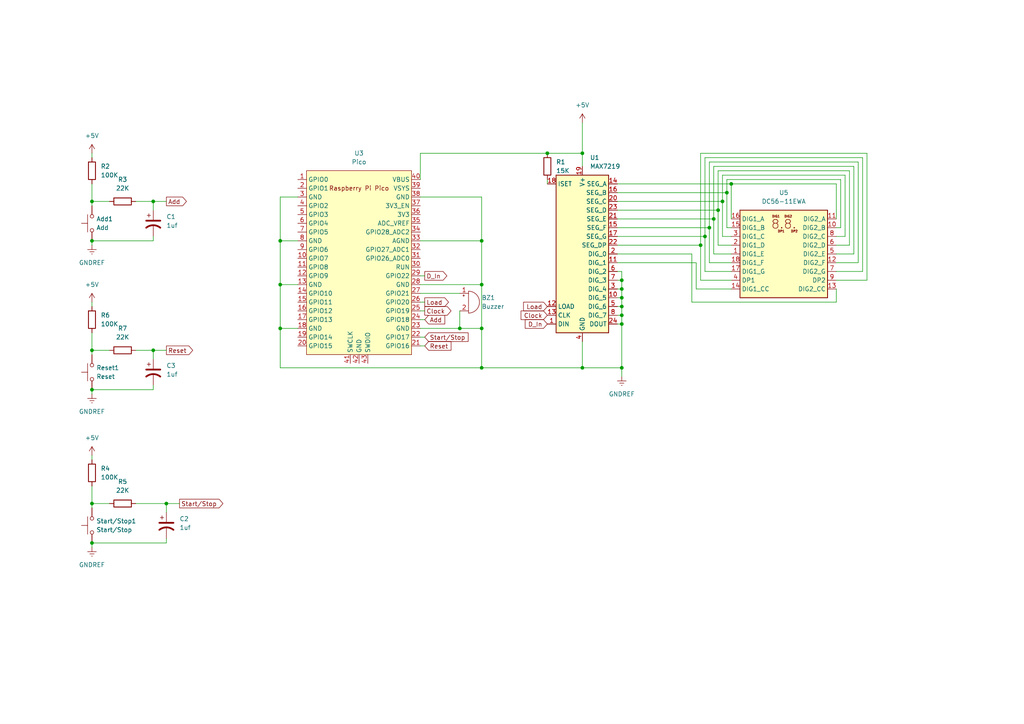
<source format=kicad_sch>
(kicad_sch
	(version 20231120)
	(generator "eeschema")
	(generator_version "8.0")
	(uuid "c9520189-0c02-4805-b21c-974e529de99b")
	(paper "A4")
	(lib_symbols
		(symbol "Device:Buzzer"
			(pin_names
				(offset 0.0254) hide)
			(exclude_from_sim no)
			(in_bom yes)
			(on_board yes)
			(property "Reference" "BZ"
				(at 3.81 1.27 0)
				(effects
					(font
						(size 1.27 1.27)
					)
					(justify left)
				)
			)
			(property "Value" "Buzzer"
				(at 3.81 -1.27 0)
				(effects
					(font
						(size 1.27 1.27)
					)
					(justify left)
				)
			)
			(property "Footprint" ""
				(at -0.635 2.54 90)
				(effects
					(font
						(size 1.27 1.27)
					)
					(hide yes)
				)
			)
			(property "Datasheet" "~"
				(at -0.635 2.54 90)
				(effects
					(font
						(size 1.27 1.27)
					)
					(hide yes)
				)
			)
			(property "Description" "Buzzer, polarized"
				(at 0 0 0)
				(effects
					(font
						(size 1.27 1.27)
					)
					(hide yes)
				)
			)
			(property "ki_keywords" "quartz resonator ceramic"
				(at 0 0 0)
				(effects
					(font
						(size 1.27 1.27)
					)
					(hide yes)
				)
			)
			(property "ki_fp_filters" "*Buzzer*"
				(at 0 0 0)
				(effects
					(font
						(size 1.27 1.27)
					)
					(hide yes)
				)
			)
			(symbol "Buzzer_0_1"
				(arc
					(start 0 -3.175)
					(mid 3.1612 0)
					(end 0 3.175)
					(stroke
						(width 0)
						(type default)
					)
					(fill
						(type none)
					)
				)
				(polyline
					(pts
						(xy -1.651 1.905) (xy -1.143 1.905)
					)
					(stroke
						(width 0)
						(type default)
					)
					(fill
						(type none)
					)
				)
				(polyline
					(pts
						(xy -1.397 2.159) (xy -1.397 1.651)
					)
					(stroke
						(width 0)
						(type default)
					)
					(fill
						(type none)
					)
				)
				(polyline
					(pts
						(xy 0 3.175) (xy 0 -3.175)
					)
					(stroke
						(width 0)
						(type default)
					)
					(fill
						(type none)
					)
				)
			)
			(symbol "Buzzer_1_1"
				(pin passive line
					(at -2.54 2.54 0)
					(length 2.54)
					(name "-"
						(effects
							(font
								(size 1.27 1.27)
							)
						)
					)
					(number "1"
						(effects
							(font
								(size 1.27 1.27)
							)
						)
					)
				)
				(pin passive line
					(at -2.54 -2.54 0)
					(length 2.54)
					(name "+"
						(effects
							(font
								(size 1.27 1.27)
							)
						)
					)
					(number "2"
						(effects
							(font
								(size 1.27 1.27)
							)
						)
					)
				)
			)
		)
		(symbol "Device:C_Polarized_US"
			(pin_numbers hide)
			(pin_names
				(offset 0.254) hide)
			(exclude_from_sim no)
			(in_bom yes)
			(on_board yes)
			(property "Reference" "C"
				(at 0.635 2.54 0)
				(effects
					(font
						(size 1.27 1.27)
					)
					(justify left)
				)
			)
			(property "Value" "C_Polarized_US"
				(at 0.635 -2.54 0)
				(effects
					(font
						(size 1.27 1.27)
					)
					(justify left)
				)
			)
			(property "Footprint" ""
				(at 0 0 0)
				(effects
					(font
						(size 1.27 1.27)
					)
					(hide yes)
				)
			)
			(property "Datasheet" "~"
				(at 0 0 0)
				(effects
					(font
						(size 1.27 1.27)
					)
					(hide yes)
				)
			)
			(property "Description" "Polarized capacitor, US symbol"
				(at 0 0 0)
				(effects
					(font
						(size 1.27 1.27)
					)
					(hide yes)
				)
			)
			(property "ki_keywords" "cap capacitor"
				(at 0 0 0)
				(effects
					(font
						(size 1.27 1.27)
					)
					(hide yes)
				)
			)
			(property "ki_fp_filters" "CP_*"
				(at 0 0 0)
				(effects
					(font
						(size 1.27 1.27)
					)
					(hide yes)
				)
			)
			(symbol "C_Polarized_US_0_1"
				(polyline
					(pts
						(xy -2.032 0.762) (xy 2.032 0.762)
					)
					(stroke
						(width 0.508)
						(type default)
					)
					(fill
						(type none)
					)
				)
				(polyline
					(pts
						(xy -1.778 2.286) (xy -0.762 2.286)
					)
					(stroke
						(width 0)
						(type default)
					)
					(fill
						(type none)
					)
				)
				(polyline
					(pts
						(xy -1.27 1.778) (xy -1.27 2.794)
					)
					(stroke
						(width 0)
						(type default)
					)
					(fill
						(type none)
					)
				)
				(arc
					(start 2.032 -1.27)
					(mid 0 -0.5572)
					(end -2.032 -1.27)
					(stroke
						(width 0.508)
						(type default)
					)
					(fill
						(type none)
					)
				)
			)
			(symbol "C_Polarized_US_1_1"
				(pin passive line
					(at 0 3.81 270)
					(length 2.794)
					(name "~"
						(effects
							(font
								(size 1.27 1.27)
							)
						)
					)
					(number "1"
						(effects
							(font
								(size 1.27 1.27)
							)
						)
					)
				)
				(pin passive line
					(at 0 -3.81 90)
					(length 3.302)
					(name "~"
						(effects
							(font
								(size 1.27 1.27)
							)
						)
					)
					(number "2"
						(effects
							(font
								(size 1.27 1.27)
							)
						)
					)
				)
			)
		)
		(symbol "Device:R"
			(pin_numbers hide)
			(pin_names
				(offset 0)
			)
			(exclude_from_sim no)
			(in_bom yes)
			(on_board yes)
			(property "Reference" "R"
				(at 2.032 0 90)
				(effects
					(font
						(size 1.27 1.27)
					)
				)
			)
			(property "Value" "R"
				(at 0 0 90)
				(effects
					(font
						(size 1.27 1.27)
					)
				)
			)
			(property "Footprint" ""
				(at -1.778 0 90)
				(effects
					(font
						(size 1.27 1.27)
					)
					(hide yes)
				)
			)
			(property "Datasheet" "~"
				(at 0 0 0)
				(effects
					(font
						(size 1.27 1.27)
					)
					(hide yes)
				)
			)
			(property "Description" "Resistor"
				(at 0 0 0)
				(effects
					(font
						(size 1.27 1.27)
					)
					(hide yes)
				)
			)
			(property "ki_keywords" "R res resistor"
				(at 0 0 0)
				(effects
					(font
						(size 1.27 1.27)
					)
					(hide yes)
				)
			)
			(property "ki_fp_filters" "R_*"
				(at 0 0 0)
				(effects
					(font
						(size 1.27 1.27)
					)
					(hide yes)
				)
			)
			(symbol "R_0_1"
				(rectangle
					(start -1.016 -2.54)
					(end 1.016 2.54)
					(stroke
						(width 0.254)
						(type default)
					)
					(fill
						(type none)
					)
				)
			)
			(symbol "R_1_1"
				(pin passive line
					(at 0 3.81 270)
					(length 1.27)
					(name "~"
						(effects
							(font
								(size 1.27 1.27)
							)
						)
					)
					(number "1"
						(effects
							(font
								(size 1.27 1.27)
							)
						)
					)
				)
				(pin passive line
					(at 0 -3.81 90)
					(length 1.27)
					(name "~"
						(effects
							(font
								(size 1.27 1.27)
							)
						)
					)
					(number "2"
						(effects
							(font
								(size 1.27 1.27)
							)
						)
					)
				)
			)
		)
		(symbol "Display_Character:DC56-11EWA"
			(exclude_from_sim no)
			(in_bom yes)
			(on_board yes)
			(property "Reference" "U"
				(at -11.43 13.97 0)
				(effects
					(font
						(size 1.27 1.27)
					)
				)
			)
			(property "Value" "DC56-11EWA"
				(at 12.065 13.97 0)
				(effects
					(font
						(size 1.27 1.27)
					)
					(justify right)
				)
			)
			(property "Footprint" "Display_7Segment:DA56-11SURKWA"
				(at 0.508 -16.51 0)
				(effects
					(font
						(size 1.27 1.27)
					)
					(hide yes)
				)
			)
			(property "Datasheet" "http://www.kingbrightusa.com/images/catalog/SPEC/DC56-11EWA.pdf"
				(at -3.048 2.54 0)
				(effects
					(font
						(size 1.27 1.27)
					)
					(hide yes)
				)
			)
			(property "Description" "Double digit 7 segment super bright red LED common cathode"
				(at 0 0 0)
				(effects
					(font
						(size 1.27 1.27)
					)
					(hide yes)
				)
			)
			(property "ki_keywords" "display LED 7-segment"
				(at 0 0 0)
				(effects
					(font
						(size 1.27 1.27)
					)
					(hide yes)
				)
			)
			(property "ki_fp_filters" "*DA56*11*"
				(at 0 0 0)
				(effects
					(font
						(size 1.27 1.27)
					)
					(hide yes)
				)
			)
			(symbol "DC56-11EWA_0_0"
				(text "8.8."
					(at 0 8.636 0)
					(effects
						(font
							(size 2.54 2.54)
						)
					)
				)
				(text "DIG1"
					(at -2.286 10.922 0)
					(effects
						(font
							(size 0.635 0.635)
						)
					)
				)
				(text "DIG2"
					(at 1.27 10.922 0)
					(effects
						(font
							(size 0.635 0.635)
						)
					)
				)
				(text "DP1"
					(at -0.762 6.604 0)
					(effects
						(font
							(size 0.635 0.635)
						)
					)
				)
				(text "DP2"
					(at 3.048 6.604 0)
					(effects
						(font
							(size 0.635 0.635)
						)
					)
				)
			)
			(symbol "DC56-11EWA_0_1"
				(rectangle
					(start -12.7 12.7)
					(end 12.7 -12.7)
					(stroke
						(width 0.254)
						(type default)
					)
					(fill
						(type background)
					)
				)
			)
			(symbol "DC56-11EWA_1_1"
				(pin input line
					(at -15.24 0 0)
					(length 2.54)
					(name "DIG1_E"
						(effects
							(font
								(size 1.27 1.27)
							)
						)
					)
					(number "1"
						(effects
							(font
								(size 1.27 1.27)
							)
						)
					)
				)
				(pin input line
					(at 15.24 7.62 180)
					(length 2.54)
					(name "DIG2_B"
						(effects
							(font
								(size 1.27 1.27)
							)
						)
					)
					(number "10"
						(effects
							(font
								(size 1.27 1.27)
							)
						)
					)
				)
				(pin input line
					(at 15.24 10.16 180)
					(length 2.54)
					(name "DIG2_A"
						(effects
							(font
								(size 1.27 1.27)
							)
						)
					)
					(number "11"
						(effects
							(font
								(size 1.27 1.27)
							)
						)
					)
				)
				(pin input line
					(at 15.24 -2.54 180)
					(length 2.54)
					(name "DIG2_F"
						(effects
							(font
								(size 1.27 1.27)
							)
						)
					)
					(number "12"
						(effects
							(font
								(size 1.27 1.27)
							)
						)
					)
				)
				(pin input line
					(at 15.24 -10.16 180)
					(length 2.54)
					(name "DIG2_CC"
						(effects
							(font
								(size 1.27 1.27)
							)
						)
					)
					(number "13"
						(effects
							(font
								(size 1.27 1.27)
							)
						)
					)
				)
				(pin input line
					(at -15.24 -10.16 0)
					(length 2.54)
					(name "DIG1_CC"
						(effects
							(font
								(size 1.27 1.27)
							)
						)
					)
					(number "14"
						(effects
							(font
								(size 1.27 1.27)
							)
						)
					)
				)
				(pin input line
					(at -15.24 7.62 0)
					(length 2.54)
					(name "DIG1_B"
						(effects
							(font
								(size 1.27 1.27)
							)
						)
					)
					(number "15"
						(effects
							(font
								(size 1.27 1.27)
							)
						)
					)
				)
				(pin input line
					(at -15.24 10.16 0)
					(length 2.54)
					(name "DIG1_A"
						(effects
							(font
								(size 1.27 1.27)
							)
						)
					)
					(number "16"
						(effects
							(font
								(size 1.27 1.27)
							)
						)
					)
				)
				(pin input line
					(at -15.24 -5.08 0)
					(length 2.54)
					(name "DIG1_G"
						(effects
							(font
								(size 1.27 1.27)
							)
						)
					)
					(number "17"
						(effects
							(font
								(size 1.27 1.27)
							)
						)
					)
				)
				(pin input line
					(at -15.24 -2.54 0)
					(length 2.54)
					(name "DIG1_F"
						(effects
							(font
								(size 1.27 1.27)
							)
						)
					)
					(number "18"
						(effects
							(font
								(size 1.27 1.27)
							)
						)
					)
				)
				(pin input line
					(at -15.24 2.54 0)
					(length 2.54)
					(name "DIG1_D"
						(effects
							(font
								(size 1.27 1.27)
							)
						)
					)
					(number "2"
						(effects
							(font
								(size 1.27 1.27)
							)
						)
					)
				)
				(pin input line
					(at -15.24 5.08 0)
					(length 2.54)
					(name "DIG1_C"
						(effects
							(font
								(size 1.27 1.27)
							)
						)
					)
					(number "3"
						(effects
							(font
								(size 1.27 1.27)
							)
						)
					)
				)
				(pin input line
					(at -15.24 -7.62 0)
					(length 2.54)
					(name "DP1"
						(effects
							(font
								(size 1.27 1.27)
							)
						)
					)
					(number "4"
						(effects
							(font
								(size 1.27 1.27)
							)
						)
					)
				)
				(pin input line
					(at 15.24 0 180)
					(length 2.54)
					(name "DIG2_E"
						(effects
							(font
								(size 1.27 1.27)
							)
						)
					)
					(number "5"
						(effects
							(font
								(size 1.27 1.27)
							)
						)
					)
				)
				(pin input line
					(at 15.24 2.54 180)
					(length 2.54)
					(name "DIG2_D"
						(effects
							(font
								(size 1.27 1.27)
							)
						)
					)
					(number "6"
						(effects
							(font
								(size 1.27 1.27)
							)
						)
					)
				)
				(pin input line
					(at 15.24 -5.08 180)
					(length 2.54)
					(name "DIG2_G"
						(effects
							(font
								(size 1.27 1.27)
							)
						)
					)
					(number "7"
						(effects
							(font
								(size 1.27 1.27)
							)
						)
					)
				)
				(pin input line
					(at 15.24 5.08 180)
					(length 2.54)
					(name "DIG2_C"
						(effects
							(font
								(size 1.27 1.27)
							)
						)
					)
					(number "8"
						(effects
							(font
								(size 1.27 1.27)
							)
						)
					)
				)
				(pin input line
					(at 15.24 -7.62 180)
					(length 2.54)
					(name "DP2"
						(effects
							(font
								(size 1.27 1.27)
							)
						)
					)
					(number "9"
						(effects
							(font
								(size 1.27 1.27)
							)
						)
					)
				)
			)
		)
		(symbol "Driver_LED:MAX7219"
			(exclude_from_sim no)
			(in_bom yes)
			(on_board yes)
			(property "Reference" "U"
				(at -6.35 24.13 0)
				(effects
					(font
						(size 1.27 1.27)
					)
					(justify left bottom)
				)
			)
			(property "Value" "MAX7219"
				(at 1.27 25.4 0)
				(effects
					(font
						(size 1.27 1.27)
					)
					(justify left top)
				)
			)
			(property "Footprint" ""
				(at -1.27 1.27 0)
				(effects
					(font
						(size 1.27 1.27)
					)
					(hide yes)
				)
			)
			(property "Datasheet" "https://datasheets.maximintegrated.com/en/ds/MAX7219-MAX7221.pdf"
				(at 1.27 -3.81 0)
				(effects
					(font
						(size 1.27 1.27)
					)
					(hide yes)
				)
			)
			(property "Description" "8-Digit LED Display Driver"
				(at 0 0 0)
				(effects
					(font
						(size 1.27 1.27)
					)
					(hide yes)
				)
			)
			(property "ki_keywords" "LED 8-Digit Display Driver"
				(at 0 0 0)
				(effects
					(font
						(size 1.27 1.27)
					)
					(hide yes)
				)
			)
			(property "ki_fp_filters" "SOIC*7.5x15.4mm*P1.27mm* DIP*7.62mm*"
				(at 0 0 0)
				(effects
					(font
						(size 1.27 1.27)
					)
					(hide yes)
				)
			)
			(symbol "MAX7219_0_1"
				(rectangle
					(start -7.62 22.86)
					(end 7.62 -22.86)
					(stroke
						(width 0.254)
						(type default)
					)
					(fill
						(type background)
					)
				)
			)
			(symbol "MAX7219_1_1"
				(pin input line
					(at -10.16 -20.32 0)
					(length 2.54)
					(name "DIN"
						(effects
							(font
								(size 1.27 1.27)
							)
						)
					)
					(number "1"
						(effects
							(font
								(size 1.27 1.27)
							)
						)
					)
				)
				(pin output line
					(at 10.16 -12.7 180)
					(length 2.54)
					(name "DIG_5"
						(effects
							(font
								(size 1.27 1.27)
							)
						)
					)
					(number "10"
						(effects
							(font
								(size 1.27 1.27)
							)
						)
					)
				)
				(pin output line
					(at 10.16 -2.54 180)
					(length 2.54)
					(name "DIG_1"
						(effects
							(font
								(size 1.27 1.27)
							)
						)
					)
					(number "11"
						(effects
							(font
								(size 1.27 1.27)
							)
						)
					)
				)
				(pin input line
					(at -10.16 -15.24 0)
					(length 2.54)
					(name "LOAD"
						(effects
							(font
								(size 1.27 1.27)
							)
						)
					)
					(number "12"
						(effects
							(font
								(size 1.27 1.27)
							)
						)
					)
				)
				(pin input line
					(at -10.16 -17.78 0)
					(length 2.54)
					(name "CLK"
						(effects
							(font
								(size 1.27 1.27)
							)
						)
					)
					(number "13"
						(effects
							(font
								(size 1.27 1.27)
							)
						)
					)
				)
				(pin output line
					(at 10.16 20.32 180)
					(length 2.54)
					(name "SEG_A"
						(effects
							(font
								(size 1.27 1.27)
							)
						)
					)
					(number "14"
						(effects
							(font
								(size 1.27 1.27)
							)
						)
					)
				)
				(pin output line
					(at 10.16 7.62 180)
					(length 2.54)
					(name "SEG_F"
						(effects
							(font
								(size 1.27 1.27)
							)
						)
					)
					(number "15"
						(effects
							(font
								(size 1.27 1.27)
							)
						)
					)
				)
				(pin output line
					(at 10.16 17.78 180)
					(length 2.54)
					(name "SEG_B"
						(effects
							(font
								(size 1.27 1.27)
							)
						)
					)
					(number "16"
						(effects
							(font
								(size 1.27 1.27)
							)
						)
					)
				)
				(pin output line
					(at 10.16 5.08 180)
					(length 2.54)
					(name "SEG_G"
						(effects
							(font
								(size 1.27 1.27)
							)
						)
					)
					(number "17"
						(effects
							(font
								(size 1.27 1.27)
							)
						)
					)
				)
				(pin input line
					(at -10.16 20.32 0)
					(length 2.54)
					(name "ISET"
						(effects
							(font
								(size 1.27 1.27)
							)
						)
					)
					(number "18"
						(effects
							(font
								(size 1.27 1.27)
							)
						)
					)
				)
				(pin power_in line
					(at 0 25.4 270)
					(length 2.54)
					(name "V+"
						(effects
							(font
								(size 1.27 1.27)
							)
						)
					)
					(number "19"
						(effects
							(font
								(size 1.27 1.27)
							)
						)
					)
				)
				(pin output line
					(at 10.16 0 180)
					(length 2.54)
					(name "DIG_0"
						(effects
							(font
								(size 1.27 1.27)
							)
						)
					)
					(number "2"
						(effects
							(font
								(size 1.27 1.27)
							)
						)
					)
				)
				(pin output line
					(at 10.16 15.24 180)
					(length 2.54)
					(name "SEG_C"
						(effects
							(font
								(size 1.27 1.27)
							)
						)
					)
					(number "20"
						(effects
							(font
								(size 1.27 1.27)
							)
						)
					)
				)
				(pin output line
					(at 10.16 10.16 180)
					(length 2.54)
					(name "SEG_E"
						(effects
							(font
								(size 1.27 1.27)
							)
						)
					)
					(number "21"
						(effects
							(font
								(size 1.27 1.27)
							)
						)
					)
				)
				(pin output line
					(at 10.16 2.54 180)
					(length 2.54)
					(name "SEG_DP"
						(effects
							(font
								(size 1.27 1.27)
							)
						)
					)
					(number "22"
						(effects
							(font
								(size 1.27 1.27)
							)
						)
					)
				)
				(pin output line
					(at 10.16 12.7 180)
					(length 2.54)
					(name "SEG_D"
						(effects
							(font
								(size 1.27 1.27)
							)
						)
					)
					(number "23"
						(effects
							(font
								(size 1.27 1.27)
							)
						)
					)
				)
				(pin output line
					(at 10.16 -20.32 180)
					(length 2.54)
					(name "DOUT"
						(effects
							(font
								(size 1.27 1.27)
							)
						)
					)
					(number "24"
						(effects
							(font
								(size 1.27 1.27)
							)
						)
					)
				)
				(pin output line
					(at 10.16 -10.16 180)
					(length 2.54)
					(name "DIG_4"
						(effects
							(font
								(size 1.27 1.27)
							)
						)
					)
					(number "3"
						(effects
							(font
								(size 1.27 1.27)
							)
						)
					)
				)
				(pin power_in line
					(at 0 -25.4 90)
					(length 2.54)
					(name "GND"
						(effects
							(font
								(size 1.27 1.27)
							)
						)
					)
					(number "4"
						(effects
							(font
								(size 1.27 1.27)
							)
						)
					)
				)
				(pin output line
					(at 10.16 -15.24 180)
					(length 2.54)
					(name "DIG_6"
						(effects
							(font
								(size 1.27 1.27)
							)
						)
					)
					(number "5"
						(effects
							(font
								(size 1.27 1.27)
							)
						)
					)
				)
				(pin output line
					(at 10.16 -5.08 180)
					(length 2.54)
					(name "DIG_2"
						(effects
							(font
								(size 1.27 1.27)
							)
						)
					)
					(number "6"
						(effects
							(font
								(size 1.27 1.27)
							)
						)
					)
				)
				(pin output line
					(at 10.16 -7.62 180)
					(length 2.54)
					(name "DIG_3"
						(effects
							(font
								(size 1.27 1.27)
							)
						)
					)
					(number "7"
						(effects
							(font
								(size 1.27 1.27)
							)
						)
					)
				)
				(pin output line
					(at 10.16 -17.78 180)
					(length 2.54)
					(name "DIG_7"
						(effects
							(font
								(size 1.27 1.27)
							)
						)
					)
					(number "8"
						(effects
							(font
								(size 1.27 1.27)
							)
						)
					)
				)
				(pin passive line
					(at 0 -25.4 90)
					(length 2.54) hide
					(name "GND"
						(effects
							(font
								(size 1.27 1.27)
							)
						)
					)
					(number "9"
						(effects
							(font
								(size 1.27 1.27)
							)
						)
					)
				)
			)
		)
		(symbol "MCU_RaspberryPi_and_Boards:Pico"
			(exclude_from_sim no)
			(in_bom yes)
			(on_board yes)
			(property "Reference" "U"
				(at -13.97 27.94 0)
				(effects
					(font
						(size 1.27 1.27)
					)
				)
			)
			(property "Value" "Pico"
				(at 0 19.05 0)
				(effects
					(font
						(size 1.27 1.27)
					)
				)
			)
			(property "Footprint" "RPi_Pico:RPi_Pico_SMD_TH"
				(at 0 0 90)
				(effects
					(font
						(size 1.27 1.27)
					)
					(hide yes)
				)
			)
			(property "Datasheet" ""
				(at 0 0 0)
				(effects
					(font
						(size 1.27 1.27)
					)
					(hide yes)
				)
			)
			(property "Description" ""
				(at 0 0 0)
				(effects
					(font
						(size 1.27 1.27)
					)
					(hide yes)
				)
			)
			(symbol "Pico_0_0"
				(text "Raspberry Pi Pico"
					(at 0 21.59 0)
					(effects
						(font
							(size 1.27 1.27)
						)
					)
				)
			)
			(symbol "Pico_0_1"
				(rectangle
					(start -15.24 26.67)
					(end 15.24 -26.67)
					(stroke
						(width 0)
						(type default)
					)
					(fill
						(type background)
					)
				)
			)
			(symbol "Pico_1_1"
				(pin bidirectional line
					(at -17.78 24.13 0)
					(length 2.54)
					(name "GPIO0"
						(effects
							(font
								(size 1.27 1.27)
							)
						)
					)
					(number "1"
						(effects
							(font
								(size 1.27 1.27)
							)
						)
					)
				)
				(pin bidirectional line
					(at -17.78 1.27 0)
					(length 2.54)
					(name "GPIO7"
						(effects
							(font
								(size 1.27 1.27)
							)
						)
					)
					(number "10"
						(effects
							(font
								(size 1.27 1.27)
							)
						)
					)
				)
				(pin bidirectional line
					(at -17.78 -1.27 0)
					(length 2.54)
					(name "GPIO8"
						(effects
							(font
								(size 1.27 1.27)
							)
						)
					)
					(number "11"
						(effects
							(font
								(size 1.27 1.27)
							)
						)
					)
				)
				(pin bidirectional line
					(at -17.78 -3.81 0)
					(length 2.54)
					(name "GPIO9"
						(effects
							(font
								(size 1.27 1.27)
							)
						)
					)
					(number "12"
						(effects
							(font
								(size 1.27 1.27)
							)
						)
					)
				)
				(pin power_in line
					(at -17.78 -6.35 0)
					(length 2.54)
					(name "GND"
						(effects
							(font
								(size 1.27 1.27)
							)
						)
					)
					(number "13"
						(effects
							(font
								(size 1.27 1.27)
							)
						)
					)
				)
				(pin bidirectional line
					(at -17.78 -8.89 0)
					(length 2.54)
					(name "GPIO10"
						(effects
							(font
								(size 1.27 1.27)
							)
						)
					)
					(number "14"
						(effects
							(font
								(size 1.27 1.27)
							)
						)
					)
				)
				(pin bidirectional line
					(at -17.78 -11.43 0)
					(length 2.54)
					(name "GPIO11"
						(effects
							(font
								(size 1.27 1.27)
							)
						)
					)
					(number "15"
						(effects
							(font
								(size 1.27 1.27)
							)
						)
					)
				)
				(pin bidirectional line
					(at -17.78 -13.97 0)
					(length 2.54)
					(name "GPIO12"
						(effects
							(font
								(size 1.27 1.27)
							)
						)
					)
					(number "16"
						(effects
							(font
								(size 1.27 1.27)
							)
						)
					)
				)
				(pin bidirectional line
					(at -17.78 -16.51 0)
					(length 2.54)
					(name "GPIO13"
						(effects
							(font
								(size 1.27 1.27)
							)
						)
					)
					(number "17"
						(effects
							(font
								(size 1.27 1.27)
							)
						)
					)
				)
				(pin power_in line
					(at -17.78 -19.05 0)
					(length 2.54)
					(name "GND"
						(effects
							(font
								(size 1.27 1.27)
							)
						)
					)
					(number "18"
						(effects
							(font
								(size 1.27 1.27)
							)
						)
					)
				)
				(pin bidirectional line
					(at -17.78 -21.59 0)
					(length 2.54)
					(name "GPIO14"
						(effects
							(font
								(size 1.27 1.27)
							)
						)
					)
					(number "19"
						(effects
							(font
								(size 1.27 1.27)
							)
						)
					)
				)
				(pin bidirectional line
					(at -17.78 21.59 0)
					(length 2.54)
					(name "GPIO1"
						(effects
							(font
								(size 1.27 1.27)
							)
						)
					)
					(number "2"
						(effects
							(font
								(size 1.27 1.27)
							)
						)
					)
				)
				(pin bidirectional line
					(at -17.78 -24.13 0)
					(length 2.54)
					(name "GPIO15"
						(effects
							(font
								(size 1.27 1.27)
							)
						)
					)
					(number "20"
						(effects
							(font
								(size 1.27 1.27)
							)
						)
					)
				)
				(pin bidirectional line
					(at 17.78 -24.13 180)
					(length 2.54)
					(name "GPIO16"
						(effects
							(font
								(size 1.27 1.27)
							)
						)
					)
					(number "21"
						(effects
							(font
								(size 1.27 1.27)
							)
						)
					)
				)
				(pin bidirectional line
					(at 17.78 -21.59 180)
					(length 2.54)
					(name "GPIO17"
						(effects
							(font
								(size 1.27 1.27)
							)
						)
					)
					(number "22"
						(effects
							(font
								(size 1.27 1.27)
							)
						)
					)
				)
				(pin power_in line
					(at 17.78 -19.05 180)
					(length 2.54)
					(name "GND"
						(effects
							(font
								(size 1.27 1.27)
							)
						)
					)
					(number "23"
						(effects
							(font
								(size 1.27 1.27)
							)
						)
					)
				)
				(pin bidirectional line
					(at 17.78 -16.51 180)
					(length 2.54)
					(name "GPIO18"
						(effects
							(font
								(size 1.27 1.27)
							)
						)
					)
					(number "24"
						(effects
							(font
								(size 1.27 1.27)
							)
						)
					)
				)
				(pin bidirectional line
					(at 17.78 -13.97 180)
					(length 2.54)
					(name "GPIO19"
						(effects
							(font
								(size 1.27 1.27)
							)
						)
					)
					(number "25"
						(effects
							(font
								(size 1.27 1.27)
							)
						)
					)
				)
				(pin bidirectional line
					(at 17.78 -11.43 180)
					(length 2.54)
					(name "GPIO20"
						(effects
							(font
								(size 1.27 1.27)
							)
						)
					)
					(number "26"
						(effects
							(font
								(size 1.27 1.27)
							)
						)
					)
				)
				(pin bidirectional line
					(at 17.78 -8.89 180)
					(length 2.54)
					(name "GPIO21"
						(effects
							(font
								(size 1.27 1.27)
							)
						)
					)
					(number "27"
						(effects
							(font
								(size 1.27 1.27)
							)
						)
					)
				)
				(pin power_in line
					(at 17.78 -6.35 180)
					(length 2.54)
					(name "GND"
						(effects
							(font
								(size 1.27 1.27)
							)
						)
					)
					(number "28"
						(effects
							(font
								(size 1.27 1.27)
							)
						)
					)
				)
				(pin bidirectional line
					(at 17.78 -3.81 180)
					(length 2.54)
					(name "GPIO22"
						(effects
							(font
								(size 1.27 1.27)
							)
						)
					)
					(number "29"
						(effects
							(font
								(size 1.27 1.27)
							)
						)
					)
				)
				(pin power_in line
					(at -17.78 19.05 0)
					(length 2.54)
					(name "GND"
						(effects
							(font
								(size 1.27 1.27)
							)
						)
					)
					(number "3"
						(effects
							(font
								(size 1.27 1.27)
							)
						)
					)
				)
				(pin input line
					(at 17.78 -1.27 180)
					(length 2.54)
					(name "RUN"
						(effects
							(font
								(size 1.27 1.27)
							)
						)
					)
					(number "30"
						(effects
							(font
								(size 1.27 1.27)
							)
						)
					)
				)
				(pin bidirectional line
					(at 17.78 1.27 180)
					(length 2.54)
					(name "GPIO26_ADC0"
						(effects
							(font
								(size 1.27 1.27)
							)
						)
					)
					(number "31"
						(effects
							(font
								(size 1.27 1.27)
							)
						)
					)
				)
				(pin bidirectional line
					(at 17.78 3.81 180)
					(length 2.54)
					(name "GPIO27_ADC1"
						(effects
							(font
								(size 1.27 1.27)
							)
						)
					)
					(number "32"
						(effects
							(font
								(size 1.27 1.27)
							)
						)
					)
				)
				(pin power_in line
					(at 17.78 6.35 180)
					(length 2.54)
					(name "AGND"
						(effects
							(font
								(size 1.27 1.27)
							)
						)
					)
					(number "33"
						(effects
							(font
								(size 1.27 1.27)
							)
						)
					)
				)
				(pin bidirectional line
					(at 17.78 8.89 180)
					(length 2.54)
					(name "GPIO28_ADC2"
						(effects
							(font
								(size 1.27 1.27)
							)
						)
					)
					(number "34"
						(effects
							(font
								(size 1.27 1.27)
							)
						)
					)
				)
				(pin power_in line
					(at 17.78 11.43 180)
					(length 2.54)
					(name "ADC_VREF"
						(effects
							(font
								(size 1.27 1.27)
							)
						)
					)
					(number "35"
						(effects
							(font
								(size 1.27 1.27)
							)
						)
					)
				)
				(pin power_in line
					(at 17.78 13.97 180)
					(length 2.54)
					(name "3V3"
						(effects
							(font
								(size 1.27 1.27)
							)
						)
					)
					(number "36"
						(effects
							(font
								(size 1.27 1.27)
							)
						)
					)
				)
				(pin input line
					(at 17.78 16.51 180)
					(length 2.54)
					(name "3V3_EN"
						(effects
							(font
								(size 1.27 1.27)
							)
						)
					)
					(number "37"
						(effects
							(font
								(size 1.27 1.27)
							)
						)
					)
				)
				(pin bidirectional line
					(at 17.78 19.05 180)
					(length 2.54)
					(name "GND"
						(effects
							(font
								(size 1.27 1.27)
							)
						)
					)
					(number "38"
						(effects
							(font
								(size 1.27 1.27)
							)
						)
					)
				)
				(pin power_in line
					(at 17.78 21.59 180)
					(length 2.54)
					(name "VSYS"
						(effects
							(font
								(size 1.27 1.27)
							)
						)
					)
					(number "39"
						(effects
							(font
								(size 1.27 1.27)
							)
						)
					)
				)
				(pin bidirectional line
					(at -17.78 16.51 0)
					(length 2.54)
					(name "GPIO2"
						(effects
							(font
								(size 1.27 1.27)
							)
						)
					)
					(number "4"
						(effects
							(font
								(size 1.27 1.27)
							)
						)
					)
				)
				(pin power_in line
					(at 17.78 24.13 180)
					(length 2.54)
					(name "VBUS"
						(effects
							(font
								(size 1.27 1.27)
							)
						)
					)
					(number "40"
						(effects
							(font
								(size 1.27 1.27)
							)
						)
					)
				)
				(pin input line
					(at -2.54 -29.21 90)
					(length 2.54)
					(name "SWCLK"
						(effects
							(font
								(size 1.27 1.27)
							)
						)
					)
					(number "41"
						(effects
							(font
								(size 1.27 1.27)
							)
						)
					)
				)
				(pin power_in line
					(at 0 -29.21 90)
					(length 2.54)
					(name "GND"
						(effects
							(font
								(size 1.27 1.27)
							)
						)
					)
					(number "42"
						(effects
							(font
								(size 1.27 1.27)
							)
						)
					)
				)
				(pin bidirectional line
					(at 2.54 -29.21 90)
					(length 2.54)
					(name "SWDIO"
						(effects
							(font
								(size 1.27 1.27)
							)
						)
					)
					(number "43"
						(effects
							(font
								(size 1.27 1.27)
							)
						)
					)
				)
				(pin bidirectional line
					(at -17.78 13.97 0)
					(length 2.54)
					(name "GPIO3"
						(effects
							(font
								(size 1.27 1.27)
							)
						)
					)
					(number "5"
						(effects
							(font
								(size 1.27 1.27)
							)
						)
					)
				)
				(pin bidirectional line
					(at -17.78 11.43 0)
					(length 2.54)
					(name "GPIO4"
						(effects
							(font
								(size 1.27 1.27)
							)
						)
					)
					(number "6"
						(effects
							(font
								(size 1.27 1.27)
							)
						)
					)
				)
				(pin bidirectional line
					(at -17.78 8.89 0)
					(length 2.54)
					(name "GPIO5"
						(effects
							(font
								(size 1.27 1.27)
							)
						)
					)
					(number "7"
						(effects
							(font
								(size 1.27 1.27)
							)
						)
					)
				)
				(pin power_in line
					(at -17.78 6.35 0)
					(length 2.54)
					(name "GND"
						(effects
							(font
								(size 1.27 1.27)
							)
						)
					)
					(number "8"
						(effects
							(font
								(size 1.27 1.27)
							)
						)
					)
				)
				(pin bidirectional line
					(at -17.78 3.81 0)
					(length 2.54)
					(name "GPIO6"
						(effects
							(font
								(size 1.27 1.27)
							)
						)
					)
					(number "9"
						(effects
							(font
								(size 1.27 1.27)
							)
						)
					)
				)
			)
		)
		(symbol "Switch:SW_Push"
			(pin_numbers hide)
			(pin_names
				(offset 1.016) hide)
			(exclude_from_sim no)
			(in_bom yes)
			(on_board yes)
			(property "Reference" "SW"
				(at 1.27 2.54 0)
				(effects
					(font
						(size 1.27 1.27)
					)
					(justify left)
				)
			)
			(property "Value" "SW_Push"
				(at 0 -1.524 0)
				(effects
					(font
						(size 1.27 1.27)
					)
				)
			)
			(property "Footprint" ""
				(at 0 5.08 0)
				(effects
					(font
						(size 1.27 1.27)
					)
					(hide yes)
				)
			)
			(property "Datasheet" "~"
				(at 0 5.08 0)
				(effects
					(font
						(size 1.27 1.27)
					)
					(hide yes)
				)
			)
			(property "Description" "Push button switch, generic, two pins"
				(at 0 0 0)
				(effects
					(font
						(size 1.27 1.27)
					)
					(hide yes)
				)
			)
			(property "ki_keywords" "switch normally-open pushbutton push-button"
				(at 0 0 0)
				(effects
					(font
						(size 1.27 1.27)
					)
					(hide yes)
				)
			)
			(symbol "SW_Push_0_1"
				(circle
					(center -2.032 0)
					(radius 0.508)
					(stroke
						(width 0)
						(type default)
					)
					(fill
						(type none)
					)
				)
				(polyline
					(pts
						(xy 0 1.27) (xy 0 3.048)
					)
					(stroke
						(width 0)
						(type default)
					)
					(fill
						(type none)
					)
				)
				(polyline
					(pts
						(xy 2.54 1.27) (xy -2.54 1.27)
					)
					(stroke
						(width 0)
						(type default)
					)
					(fill
						(type none)
					)
				)
				(circle
					(center 2.032 0)
					(radius 0.508)
					(stroke
						(width 0)
						(type default)
					)
					(fill
						(type none)
					)
				)
				(pin passive line
					(at -5.08 0 0)
					(length 2.54)
					(name "1"
						(effects
							(font
								(size 1.27 1.27)
							)
						)
					)
					(number "1"
						(effects
							(font
								(size 1.27 1.27)
							)
						)
					)
				)
				(pin passive line
					(at 5.08 0 180)
					(length 2.54)
					(name "2"
						(effects
							(font
								(size 1.27 1.27)
							)
						)
					)
					(number "2"
						(effects
							(font
								(size 1.27 1.27)
							)
						)
					)
				)
			)
		)
		(symbol "power:+5V"
			(power)
			(pin_names
				(offset 0)
			)
			(exclude_from_sim no)
			(in_bom yes)
			(on_board yes)
			(property "Reference" "#PWR"
				(at 0 -3.81 0)
				(effects
					(font
						(size 1.27 1.27)
					)
					(hide yes)
				)
			)
			(property "Value" "+5V"
				(at 0 3.556 0)
				(effects
					(font
						(size 1.27 1.27)
					)
				)
			)
			(property "Footprint" ""
				(at 0 0 0)
				(effects
					(font
						(size 1.27 1.27)
					)
					(hide yes)
				)
			)
			(property "Datasheet" ""
				(at 0 0 0)
				(effects
					(font
						(size 1.27 1.27)
					)
					(hide yes)
				)
			)
			(property "Description" "Power symbol creates a global label with name \"+5V\""
				(at 0 0 0)
				(effects
					(font
						(size 1.27 1.27)
					)
					(hide yes)
				)
			)
			(property "ki_keywords" "global power"
				(at 0 0 0)
				(effects
					(font
						(size 1.27 1.27)
					)
					(hide yes)
				)
			)
			(symbol "+5V_0_1"
				(polyline
					(pts
						(xy -0.762 1.27) (xy 0 2.54)
					)
					(stroke
						(width 0)
						(type default)
					)
					(fill
						(type none)
					)
				)
				(polyline
					(pts
						(xy 0 0) (xy 0 2.54)
					)
					(stroke
						(width 0)
						(type default)
					)
					(fill
						(type none)
					)
				)
				(polyline
					(pts
						(xy 0 2.54) (xy 0.762 1.27)
					)
					(stroke
						(width 0)
						(type default)
					)
					(fill
						(type none)
					)
				)
			)
			(symbol "+5V_1_1"
				(pin power_in line
					(at 0 0 90)
					(length 0) hide
					(name "+5V"
						(effects
							(font
								(size 1.27 1.27)
							)
						)
					)
					(number "1"
						(effects
							(font
								(size 1.27 1.27)
							)
						)
					)
				)
			)
		)
		(symbol "power:GNDREF"
			(power)
			(pin_names
				(offset 0)
			)
			(exclude_from_sim no)
			(in_bom yes)
			(on_board yes)
			(property "Reference" "#PWR"
				(at 0 -6.35 0)
				(effects
					(font
						(size 1.27 1.27)
					)
					(hide yes)
				)
			)
			(property "Value" "GNDREF"
				(at 0 -3.81 0)
				(effects
					(font
						(size 1.27 1.27)
					)
				)
			)
			(property "Footprint" ""
				(at 0 0 0)
				(effects
					(font
						(size 1.27 1.27)
					)
					(hide yes)
				)
			)
			(property "Datasheet" ""
				(at 0 0 0)
				(effects
					(font
						(size 1.27 1.27)
					)
					(hide yes)
				)
			)
			(property "Description" "Power symbol creates a global label with name \"GNDREF\" , reference supply ground"
				(at 0 0 0)
				(effects
					(font
						(size 1.27 1.27)
					)
					(hide yes)
				)
			)
			(property "ki_keywords" "global power"
				(at 0 0 0)
				(effects
					(font
						(size 1.27 1.27)
					)
					(hide yes)
				)
			)
			(symbol "GNDREF_0_1"
				(polyline
					(pts
						(xy -0.635 -1.905) (xy 0.635 -1.905)
					)
					(stroke
						(width 0)
						(type default)
					)
					(fill
						(type none)
					)
				)
				(polyline
					(pts
						(xy -0.127 -2.54) (xy 0.127 -2.54)
					)
					(stroke
						(width 0)
						(type default)
					)
					(fill
						(type none)
					)
				)
				(polyline
					(pts
						(xy 0 -1.27) (xy 0 0)
					)
					(stroke
						(width 0)
						(type default)
					)
					(fill
						(type none)
					)
				)
				(polyline
					(pts
						(xy 1.27 -1.27) (xy -1.27 -1.27)
					)
					(stroke
						(width 0)
						(type default)
					)
					(fill
						(type none)
					)
				)
			)
			(symbol "GNDREF_1_1"
				(pin power_in line
					(at 0 0 270)
					(length 0) hide
					(name "GNDREF"
						(effects
							(font
								(size 1.27 1.27)
							)
						)
					)
					(number "1"
						(effects
							(font
								(size 1.27 1.27)
							)
						)
					)
				)
			)
		)
	)
	(junction
		(at 168.91 106.68)
		(diameter 0)
		(color 0 0 0 0)
		(uuid "0c712eae-eb20-4362-8409-c23b0025fee4")
	)
	(junction
		(at 26.67 113.03)
		(diameter 0)
		(color 0 0 0 0)
		(uuid "1220ae69-a6fe-4119-9752-4816040529a7")
	)
	(junction
		(at 180.34 91.44)
		(diameter 0)
		(color 0 0 0 0)
		(uuid "16db1562-bbd2-46e8-8ad6-df5ce149e612")
	)
	(junction
		(at 81.28 82.55)
		(diameter 0)
		(color 0 0 0 0)
		(uuid "1ff851b2-4404-42f6-adf3-306ad18a9553")
	)
	(junction
		(at 180.34 81.28)
		(diameter 0)
		(color 0 0 0 0)
		(uuid "20746a66-6968-49c7-a114-257324b8bf39")
	)
	(junction
		(at 26.67 146.05)
		(diameter 0)
		(color 0 0 0 0)
		(uuid "2ff691ef-6338-4e68-bdde-29a889c397d9")
	)
	(junction
		(at 180.34 83.82)
		(diameter 0)
		(color 0 0 0 0)
		(uuid "3bdbe129-3763-450c-b5b9-0f3c3f2f5e5d")
	)
	(junction
		(at 81.28 69.85)
		(diameter 0)
		(color 0 0 0 0)
		(uuid "3d569642-237f-4dce-85d5-95614cd25f12")
	)
	(junction
		(at 208.28 60.96)
		(diameter 0)
		(color 0 0 0 0)
		(uuid "4ab80a38-2808-4f56-ab69-7fa6d8434e25")
	)
	(junction
		(at 203.2 71.12)
		(diameter 0)
		(color 0 0 0 0)
		(uuid "4ca02e42-1a30-45bf-938a-c42742c80072")
	)
	(junction
		(at 204.47 68.58)
		(diameter 0)
		(color 0 0 0 0)
		(uuid "5118e893-0407-4840-8584-433997846f8c")
	)
	(junction
		(at 180.34 93.98)
		(diameter 0)
		(color 0 0 0 0)
		(uuid "5391766a-8e8e-4fe5-8e0f-f25a3cba7751")
	)
	(junction
		(at 210.82 55.88)
		(diameter 0)
		(color 0 0 0 0)
		(uuid "5d40c7a4-b225-4857-8914-149647157965")
	)
	(junction
		(at 139.7 69.85)
		(diameter 0)
		(color 0 0 0 0)
		(uuid "5d86853a-0fd1-4ffd-8aab-348ba9617dc5")
	)
	(junction
		(at 139.7 82.55)
		(diameter 0)
		(color 0 0 0 0)
		(uuid "6198599b-9627-4f26-ba5d-b1bc48b7c4f1")
	)
	(junction
		(at 81.28 95.25)
		(diameter 0)
		(color 0 0 0 0)
		(uuid "742e32c3-89f7-493c-863e-32ea331a551b")
	)
	(junction
		(at 168.91 44.45)
		(diameter 0)
		(color 0 0 0 0)
		(uuid "759f26bf-b3c3-422a-8bbd-3a35c286d67a")
	)
	(junction
		(at 209.55 58.42)
		(diameter 0)
		(color 0 0 0 0)
		(uuid "7c6a99c2-d4f2-4107-a4c1-114ec5edf2d5")
	)
	(junction
		(at 205.74 66.04)
		(diameter 0)
		(color 0 0 0 0)
		(uuid "7dfdcca8-7e4c-4af1-bf34-aeeb07fc5a3c")
	)
	(junction
		(at 26.67 101.6)
		(diameter 0)
		(color 0 0 0 0)
		(uuid "8aeec6f9-a896-4796-9a40-b79dbd4e8102")
	)
	(junction
		(at 212.09 53.34)
		(diameter 0)
		(color 0 0 0 0)
		(uuid "94a5aebb-b54b-4707-8bc3-ea0522315dca")
	)
	(junction
		(at 139.7 95.25)
		(diameter 0)
		(color 0 0 0 0)
		(uuid "c0ca2a94-646d-4ca8-a7d8-b669cbb8e715")
	)
	(junction
		(at 158.75 44.45)
		(diameter 0)
		(color 0 0 0 0)
		(uuid "c123caf6-af47-41cb-92b2-d4ff723055c2")
	)
	(junction
		(at 133.35 95.25)
		(diameter 0)
		(color 0 0 0 0)
		(uuid "c221e241-d40b-411a-9dba-e4bdd30d7b2a")
	)
	(junction
		(at 26.67 69.85)
		(diameter 0)
		(color 0 0 0 0)
		(uuid "cbde4940-d4cb-4436-a983-53e22101a2d5")
	)
	(junction
		(at 180.34 88.9)
		(diameter 0)
		(color 0 0 0 0)
		(uuid "cefddc8e-0f10-44f1-beef-7c15e848ef13")
	)
	(junction
		(at 207.01 63.5)
		(diameter 0)
		(color 0 0 0 0)
		(uuid "d2fc06b0-5608-4e69-9dba-5cce3e9b301e")
	)
	(junction
		(at 26.67 58.42)
		(diameter 0)
		(color 0 0 0 0)
		(uuid "d98e7367-0e34-467b-a420-a1f677e3879b")
	)
	(junction
		(at 139.7 106.68)
		(diameter 0)
		(color 0 0 0 0)
		(uuid "dc95ead5-51de-438c-a241-88241e2f2289")
	)
	(junction
		(at 180.34 106.68)
		(diameter 0)
		(color 0 0 0 0)
		(uuid "e15b129f-1cf3-4517-80bd-5e738de3ea09")
	)
	(junction
		(at 48.26 146.05)
		(diameter 0)
		(color 0 0 0 0)
		(uuid "e425a6ba-a765-476a-a0f2-3e6d3409330b")
	)
	(junction
		(at 180.34 86.36)
		(diameter 0)
		(color 0 0 0 0)
		(uuid "e9dbda14-a5b7-4956-aaa9-2bad046bc6f5")
	)
	(junction
		(at 26.67 157.48)
		(diameter 0)
		(color 0 0 0 0)
		(uuid "efaee187-4f8c-4fa7-ac48-bdd95a9d9230")
	)
	(junction
		(at 44.45 58.42)
		(diameter 0)
		(color 0 0 0 0)
		(uuid "fac93be2-1a19-4ebc-96a1-67979c6e39d2")
	)
	(junction
		(at 44.45 101.6)
		(diameter 0)
		(color 0 0 0 0)
		(uuid "fcc33520-b436-43a3-aa75-ebd8b5084c33")
	)
	(wire
		(pts
			(xy 179.07 78.74) (xy 180.34 78.74)
		)
		(stroke
			(width 0)
			(type default)
		)
		(uuid "004242e9-a109-4327-a625-fc7ad27d626e")
	)
	(wire
		(pts
			(xy 242.57 73.66) (xy 247.65 73.66)
		)
		(stroke
			(width 0)
			(type default)
		)
		(uuid "025e81bd-279d-4d96-a9fa-a10bcf07f526")
	)
	(wire
		(pts
			(xy 179.07 91.44) (xy 180.34 91.44)
		)
		(stroke
			(width 0)
			(type default)
		)
		(uuid "04f75fb8-c9b1-45d4-a617-b0c7dd75d729")
	)
	(wire
		(pts
			(xy 208.28 49.53) (xy 208.28 60.96)
		)
		(stroke
			(width 0)
			(type default)
		)
		(uuid "055b0e2c-f78a-4a1f-9ed0-05ea486787aa")
	)
	(wire
		(pts
			(xy 121.92 85.09) (xy 133.35 85.09)
		)
		(stroke
			(width 0)
			(type default)
		)
		(uuid "08703f78-e7e1-4fde-bb7a-91bd30166169")
	)
	(wire
		(pts
			(xy 121.92 69.85) (xy 139.7 69.85)
		)
		(stroke
			(width 0)
			(type default)
		)
		(uuid "0b955bcd-6686-4eaa-92ab-61cc49e98502")
	)
	(wire
		(pts
			(xy 26.67 157.48) (xy 48.26 157.48)
		)
		(stroke
			(width 0)
			(type default)
		)
		(uuid "0f91dcc3-3792-492b-8df4-5daf46aa0dad")
	)
	(wire
		(pts
			(xy 139.7 95.25) (xy 139.7 106.68)
		)
		(stroke
			(width 0)
			(type default)
		)
		(uuid "113a9baa-cd06-4e30-988c-e0100542683e")
	)
	(wire
		(pts
			(xy 48.26 146.05) (xy 52.07 146.05)
		)
		(stroke
			(width 0)
			(type default)
		)
		(uuid "16261a95-deb3-4f57-aa15-04cbb70e35e1")
	)
	(wire
		(pts
			(xy 179.07 73.66) (xy 200.66 73.66)
		)
		(stroke
			(width 0)
			(type default)
		)
		(uuid "16c2434c-dcf2-403d-9223-21e9a0be1576")
	)
	(wire
		(pts
			(xy 212.09 76.2) (xy 205.74 76.2)
		)
		(stroke
			(width 0)
			(type default)
		)
		(uuid "16c94d40-56a3-47e8-8203-ecfda82a3c0d")
	)
	(wire
		(pts
			(xy 204.47 45.72) (xy 204.47 68.58)
		)
		(stroke
			(width 0)
			(type default)
		)
		(uuid "1cf222a0-2d07-4407-be71-4af741870f88")
	)
	(wire
		(pts
			(xy 26.67 96.52) (xy 26.67 101.6)
		)
		(stroke
			(width 0)
			(type default)
		)
		(uuid "1d0f36ed-206c-45e4-8b5c-258eaa7d49de")
	)
	(wire
		(pts
			(xy 26.67 44.45) (xy 26.67 45.72)
		)
		(stroke
			(width 0)
			(type default)
		)
		(uuid "1e943a69-d9c7-47db-8b2b-fbad8d6f0484")
	)
	(wire
		(pts
			(xy 201.93 83.82) (xy 212.09 83.82)
		)
		(stroke
			(width 0)
			(type default)
		)
		(uuid "1ebb1305-ec71-44b4-980a-3b5f9c09bd41")
	)
	(wire
		(pts
			(xy 26.67 101.6) (xy 26.67 102.87)
		)
		(stroke
			(width 0)
			(type default)
		)
		(uuid "1f7137e0-7b73-4f99-9731-8acee79df272")
	)
	(wire
		(pts
			(xy 86.36 69.85) (xy 81.28 69.85)
		)
		(stroke
			(width 0)
			(type default)
		)
		(uuid "1fd77454-aaa0-4992-aba5-42c49e4cdf73")
	)
	(wire
		(pts
			(xy 123.19 92.71) (xy 121.92 92.71)
		)
		(stroke
			(width 0)
			(type default)
		)
		(uuid "201c18c9-b71e-44e3-af84-61f978deaa51")
	)
	(wire
		(pts
			(xy 243.84 52.07) (xy 243.84 66.04)
		)
		(stroke
			(width 0)
			(type default)
		)
		(uuid "21c0fd34-eb9f-441f-8b95-dbde8cceb1a6")
	)
	(wire
		(pts
			(xy 180.34 78.74) (xy 180.34 81.28)
		)
		(stroke
			(width 0)
			(type default)
		)
		(uuid "24df1574-3012-4fb3-b678-32ef3ba10915")
	)
	(wire
		(pts
			(xy 180.34 81.28) (xy 180.34 83.82)
		)
		(stroke
			(width 0)
			(type default)
		)
		(uuid "2be1ca9b-a25f-4dfb-a901-63adffbe1ed8")
	)
	(wire
		(pts
			(xy 168.91 35.56) (xy 168.91 44.45)
		)
		(stroke
			(width 0)
			(type default)
		)
		(uuid "2ce40671-6ebd-480b-b0f1-e99744620a0f")
	)
	(wire
		(pts
			(xy 212.09 53.34) (xy 212.09 63.5)
		)
		(stroke
			(width 0)
			(type default)
		)
		(uuid "2f22d26b-3431-4d10-8f78-5959ea4c8569")
	)
	(wire
		(pts
			(xy 48.26 146.05) (xy 39.37 146.05)
		)
		(stroke
			(width 0)
			(type default)
		)
		(uuid "305ed959-5302-4b75-b7d9-7344e3be8d52")
	)
	(wire
		(pts
			(xy 251.46 44.45) (xy 251.46 81.28)
		)
		(stroke
			(width 0)
			(type default)
		)
		(uuid "30c3afd5-05cf-45e1-8fbc-8859bf0c3ebe")
	)
	(wire
		(pts
			(xy 179.07 63.5) (xy 207.01 63.5)
		)
		(stroke
			(width 0)
			(type default)
		)
		(uuid "3158a557-02d0-446f-89cb-dd4431b56118")
	)
	(wire
		(pts
			(xy 26.67 69.85) (xy 26.67 71.12)
		)
		(stroke
			(width 0)
			(type default)
		)
		(uuid "33cd02bc-67c9-41bf-8af0-fb6dd8c75157")
	)
	(wire
		(pts
			(xy 180.34 86.36) (xy 180.34 88.9)
		)
		(stroke
			(width 0)
			(type default)
		)
		(uuid "344c9131-a444-4065-9cc8-30cca9ae90e6")
	)
	(wire
		(pts
			(xy 243.84 52.07) (xy 210.82 52.07)
		)
		(stroke
			(width 0)
			(type default)
		)
		(uuid "37c8a728-9e5b-4b95-97da-5d050d23ec3f")
	)
	(wire
		(pts
			(xy 242.57 83.82) (xy 242.57 87.63)
		)
		(stroke
			(width 0)
			(type default)
		)
		(uuid "3b2a6dd8-de18-4730-9616-e732e4ef77a0")
	)
	(wire
		(pts
			(xy 44.45 58.42) (xy 48.26 58.42)
		)
		(stroke
			(width 0)
			(type default)
		)
		(uuid "3b85b9aa-1415-4b37-92ef-68f4e94e4f3f")
	)
	(wire
		(pts
			(xy 180.34 106.68) (xy 168.91 106.68)
		)
		(stroke
			(width 0)
			(type default)
		)
		(uuid "3e10f9b6-7a56-471d-8907-cfcf3ba01985")
	)
	(wire
		(pts
			(xy 209.55 58.42) (xy 209.55 50.8)
		)
		(stroke
			(width 0)
			(type default)
		)
		(uuid "3f775cb4-9839-4142-825e-349c79c502f2")
	)
	(wire
		(pts
			(xy 247.65 48.26) (xy 207.01 48.26)
		)
		(stroke
			(width 0)
			(type default)
		)
		(uuid "4065a859-ad25-415f-b974-d35894aff8ef")
	)
	(wire
		(pts
			(xy 123.19 87.63) (xy 121.92 87.63)
		)
		(stroke
			(width 0)
			(type default)
		)
		(uuid "4291994c-17d9-4175-beac-3a505c8de01c")
	)
	(wire
		(pts
			(xy 86.36 95.25) (xy 81.28 95.25)
		)
		(stroke
			(width 0)
			(type default)
		)
		(uuid "42c1d59c-3320-43c7-9a57-4a5ca6f95cbf")
	)
	(wire
		(pts
			(xy 26.67 113.03) (xy 26.67 114.3)
		)
		(stroke
			(width 0)
			(type default)
		)
		(uuid "42e6e4ea-0c85-47f6-8314-ecd4e067ea7b")
	)
	(wire
		(pts
			(xy 121.92 90.17) (xy 123.19 90.17)
		)
		(stroke
			(width 0)
			(type default)
		)
		(uuid "43081829-9fa8-4caf-8d21-f0e5304421bf")
	)
	(wire
		(pts
			(xy 139.7 106.68) (xy 168.91 106.68)
		)
		(stroke
			(width 0)
			(type default)
		)
		(uuid "4b3b1189-8e8d-4841-9c37-d40236055346")
	)
	(wire
		(pts
			(xy 204.47 78.74) (xy 212.09 78.74)
		)
		(stroke
			(width 0)
			(type default)
		)
		(uuid "4c4a0dcd-c32c-4334-925c-1967c43f37a5")
	)
	(wire
		(pts
			(xy 242.57 78.74) (xy 250.19 78.74)
		)
		(stroke
			(width 0)
			(type default)
		)
		(uuid "554cb944-f6be-436b-bf98-1eb0c76094e5")
	)
	(wire
		(pts
			(xy 203.2 71.12) (xy 203.2 44.45)
		)
		(stroke
			(width 0)
			(type default)
		)
		(uuid "55ef0693-efc9-4b00-98a3-d88401a49838")
	)
	(wire
		(pts
			(xy 248.92 46.99) (xy 248.92 76.2)
		)
		(stroke
			(width 0)
			(type default)
		)
		(uuid "5b6a1e1b-3737-43ce-adb2-42415a14b02c")
	)
	(wire
		(pts
			(xy 139.7 82.55) (xy 139.7 69.85)
		)
		(stroke
			(width 0)
			(type default)
		)
		(uuid "5cd399a5-0fca-4615-ac9d-e1175a6db429")
	)
	(wire
		(pts
			(xy 245.11 50.8) (xy 245.11 68.58)
		)
		(stroke
			(width 0)
			(type default)
		)
		(uuid "5cd4ac18-a781-49fd-a340-d04ab715e324")
	)
	(wire
		(pts
			(xy 48.26 157.48) (xy 48.26 156.21)
		)
		(stroke
			(width 0)
			(type default)
		)
		(uuid "5e2a287f-19a9-434a-879c-89ba4b51e5bc")
	)
	(wire
		(pts
			(xy 210.82 52.07) (xy 210.82 55.88)
		)
		(stroke
			(width 0)
			(type default)
		)
		(uuid "5feae771-92f1-4e8a-a67c-76b60858e7fa")
	)
	(wire
		(pts
			(xy 179.07 55.88) (xy 210.82 55.88)
		)
		(stroke
			(width 0)
			(type default)
		)
		(uuid "6238b1a0-0882-4875-8826-cc95d0cf63da")
	)
	(wire
		(pts
			(xy 26.67 113.03) (xy 44.45 113.03)
		)
		(stroke
			(width 0)
			(type default)
		)
		(uuid "64839ce5-220c-4c5b-97bb-effb9e84af68")
	)
	(wire
		(pts
			(xy 180.34 91.44) (xy 180.34 93.98)
		)
		(stroke
			(width 0)
			(type default)
		)
		(uuid "651ea15c-1e53-42b0-954d-b093621ddf83")
	)
	(wire
		(pts
			(xy 81.28 95.25) (xy 81.28 82.55)
		)
		(stroke
			(width 0)
			(type default)
		)
		(uuid "6661da61-e713-473f-917b-2307e90bc6d8")
	)
	(wire
		(pts
			(xy 180.34 83.82) (xy 180.34 86.36)
		)
		(stroke
			(width 0)
			(type default)
		)
		(uuid "6685a31d-41c9-42c1-8d8d-7c6433ca8e0b")
	)
	(wire
		(pts
			(xy 210.82 55.88) (xy 210.82 66.04)
		)
		(stroke
			(width 0)
			(type default)
		)
		(uuid "67fdc804-6964-4607-b99c-0c63c5620751")
	)
	(wire
		(pts
			(xy 121.92 57.15) (xy 139.7 57.15)
		)
		(stroke
			(width 0)
			(type default)
		)
		(uuid "68cc3d11-22a4-4695-abd0-4c0efd9abea9")
	)
	(wire
		(pts
			(xy 168.91 44.45) (xy 168.91 48.26)
		)
		(stroke
			(width 0)
			(type default)
		)
		(uuid "6ee2e8b1-2847-4f93-a677-cc23992e0497")
	)
	(wire
		(pts
			(xy 179.07 53.34) (xy 212.09 53.34)
		)
		(stroke
			(width 0)
			(type default)
		)
		(uuid "7151dbfc-850b-48ce-95c1-7a10bdfbfa45")
	)
	(wire
		(pts
			(xy 44.45 101.6) (xy 48.26 101.6)
		)
		(stroke
			(width 0)
			(type default)
		)
		(uuid "717a975b-ab54-4f9c-80e4-6f9d91f9afef")
	)
	(wire
		(pts
			(xy 204.47 68.58) (xy 204.47 78.74)
		)
		(stroke
			(width 0)
			(type default)
		)
		(uuid "744093cf-9f2b-4ce2-a70e-91660b6a169a")
	)
	(wire
		(pts
			(xy 179.07 76.2) (xy 201.93 76.2)
		)
		(stroke
			(width 0)
			(type default)
		)
		(uuid "745a1ee5-cd83-4cf7-a10e-9a67358a91b6")
	)
	(wire
		(pts
			(xy 121.92 44.45) (xy 158.75 44.45)
		)
		(stroke
			(width 0)
			(type default)
		)
		(uuid "7474cc55-1145-4466-8220-7c825c942dbe")
	)
	(wire
		(pts
			(xy 200.66 87.63) (xy 200.66 73.66)
		)
		(stroke
			(width 0)
			(type default)
		)
		(uuid "789c79b1-5d24-483a-95c0-92fcdf70277d")
	)
	(wire
		(pts
			(xy 179.07 83.82) (xy 180.34 83.82)
		)
		(stroke
			(width 0)
			(type default)
		)
		(uuid "79b92760-e5e9-4204-b275-5dc4ce7e5992")
	)
	(wire
		(pts
			(xy 179.07 60.96) (xy 208.28 60.96)
		)
		(stroke
			(width 0)
			(type default)
		)
		(uuid "7a4b18c0-2924-439f-ab37-4510bed5e7cf")
	)
	(wire
		(pts
			(xy 205.74 66.04) (xy 205.74 46.99)
		)
		(stroke
			(width 0)
			(type default)
		)
		(uuid "7a684121-7b4e-427d-b2bf-57a8a2f018e1")
	)
	(wire
		(pts
			(xy 123.19 80.01) (xy 121.92 80.01)
		)
		(stroke
			(width 0)
			(type default)
		)
		(uuid "7ab0f1b4-0a27-424c-a68a-50dee9490e7e")
	)
	(wire
		(pts
			(xy 139.7 82.55) (xy 139.7 95.25)
		)
		(stroke
			(width 0)
			(type default)
		)
		(uuid "7e2c1563-7bea-4bb0-85e3-4f9105aa941e")
	)
	(wire
		(pts
			(xy 203.2 81.28) (xy 203.2 71.12)
		)
		(stroke
			(width 0)
			(type default)
		)
		(uuid "7ef200ca-3d0d-49a4-946c-6f46087c7730")
	)
	(wire
		(pts
			(xy 26.67 87.63) (xy 26.67 88.9)
		)
		(stroke
			(width 0)
			(type default)
		)
		(uuid "8060fdb2-3aa2-4572-b12b-6568f5f9755a")
	)
	(wire
		(pts
			(xy 121.92 82.55) (xy 139.7 82.55)
		)
		(stroke
			(width 0)
			(type default)
		)
		(uuid "822b7c40-43b1-4221-9160-2e8981c96605")
	)
	(wire
		(pts
			(xy 133.35 95.25) (xy 139.7 95.25)
		)
		(stroke
			(width 0)
			(type default)
		)
		(uuid "85868893-3165-4842-b1ee-a1f808768369")
	)
	(wire
		(pts
			(xy 179.07 86.36) (xy 180.34 86.36)
		)
		(stroke
			(width 0)
			(type default)
		)
		(uuid "895dcc8a-95b4-42a5-bc03-0c3a00c4f7ce")
	)
	(wire
		(pts
			(xy 242.57 87.63) (xy 200.66 87.63)
		)
		(stroke
			(width 0)
			(type default)
		)
		(uuid "91956ce7-d9ea-4ef5-b218-b7d7ef9b00e9")
	)
	(wire
		(pts
			(xy 158.75 52.07) (xy 158.75 53.34)
		)
		(stroke
			(width 0)
			(type default)
		)
		(uuid "92751c17-ddf7-400d-ace0-5b56991c1f16")
	)
	(wire
		(pts
			(xy 207.01 48.26) (xy 207.01 63.5)
		)
		(stroke
			(width 0)
			(type default)
		)
		(uuid "95d18ea9-7541-4662-9251-e0eb88adb641")
	)
	(wire
		(pts
			(xy 210.82 66.04) (xy 212.09 66.04)
		)
		(stroke
			(width 0)
			(type default)
		)
		(uuid "961925c4-2445-44dd-9c68-841668d8e92d")
	)
	(wire
		(pts
			(xy 26.67 157.48) (xy 26.67 158.75)
		)
		(stroke
			(width 0)
			(type default)
		)
		(uuid "99a231ea-959a-45e3-b46a-d0a555074d7e")
	)
	(wire
		(pts
			(xy 242.57 71.12) (xy 246.38 71.12)
		)
		(stroke
			(width 0)
			(type default)
		)
		(uuid "9a988f7f-7f87-4e12-b8da-68330cfeb072")
	)
	(wire
		(pts
			(xy 203.2 44.45) (xy 251.46 44.45)
		)
		(stroke
			(width 0)
			(type default)
		)
		(uuid "9c459634-f384-45ad-b17b-73ec6475bdfb")
	)
	(wire
		(pts
			(xy 121.92 95.25) (xy 133.35 95.25)
		)
		(stroke
			(width 0)
			(type default)
		)
		(uuid "9ccd2e37-fea4-4962-8dc8-a4f071d5f5ef")
	)
	(wire
		(pts
			(xy 81.28 57.15) (xy 81.28 69.85)
		)
		(stroke
			(width 0)
			(type default)
		)
		(uuid "9d641556-c695-4472-88d1-78a7ad57de40")
	)
	(wire
		(pts
			(xy 209.55 50.8) (xy 245.11 50.8)
		)
		(stroke
			(width 0)
			(type default)
		)
		(uuid "9db59182-1064-4c13-9445-2875f528d7ce")
	)
	(wire
		(pts
			(xy 168.91 106.68) (xy 168.91 99.06)
		)
		(stroke
			(width 0)
			(type default)
		)
		(uuid "9dd4ca47-d7fe-4ce3-9700-288e0e93ee93")
	)
	(wire
		(pts
			(xy 205.74 46.99) (xy 248.92 46.99)
		)
		(stroke
			(width 0)
			(type default)
		)
		(uuid "9fddad17-94a2-4c6a-9cd1-436a8981abba")
	)
	(wire
		(pts
			(xy 26.67 58.42) (xy 26.67 59.69)
		)
		(stroke
			(width 0)
			(type default)
		)
		(uuid "a10a3252-f21e-4a1c-939d-a2ddc9dc0108")
	)
	(wire
		(pts
			(xy 242.57 66.04) (xy 243.84 66.04)
		)
		(stroke
			(width 0)
			(type default)
		)
		(uuid "a10ceb30-d698-4162-b0f8-383dc9a179ea")
	)
	(wire
		(pts
			(xy 246.38 49.53) (xy 246.38 71.12)
		)
		(stroke
			(width 0)
			(type default)
		)
		(uuid "a41053c4-d686-4de4-ab09-0063fd28913a")
	)
	(wire
		(pts
			(xy 209.55 68.58) (xy 209.55 58.42)
		)
		(stroke
			(width 0)
			(type default)
		)
		(uuid "a43dadb9-6751-4570-b343-77fb1ca65a0e")
	)
	(wire
		(pts
			(xy 26.67 69.85) (xy 44.45 69.85)
		)
		(stroke
			(width 0)
			(type default)
		)
		(uuid "a8228bb6-8d8d-4523-aee7-ca4fcb2af529")
	)
	(wire
		(pts
			(xy 248.92 76.2) (xy 242.57 76.2)
		)
		(stroke
			(width 0)
			(type default)
		)
		(uuid "ac6c0bdb-0bf3-4bd9-8abc-96e72c295045")
	)
	(wire
		(pts
			(xy 201.93 76.2) (xy 201.93 83.82)
		)
		(stroke
			(width 0)
			(type default)
		)
		(uuid "adbc27d2-1d30-47f1-8173-6dd81691e4ef")
	)
	(wire
		(pts
			(xy 205.74 76.2) (xy 205.74 66.04)
		)
		(stroke
			(width 0)
			(type default)
		)
		(uuid "af18772f-3229-4bcb-b93b-1350478c6b5d")
	)
	(wire
		(pts
			(xy 179.07 71.12) (xy 203.2 71.12)
		)
		(stroke
			(width 0)
			(type default)
		)
		(uuid "b0a0215e-b1da-4d58-8a97-14f9eb0690c1")
	)
	(wire
		(pts
			(xy 44.45 104.14) (xy 44.45 101.6)
		)
		(stroke
			(width 0)
			(type default)
		)
		(uuid "b2fc99ec-19f2-43b6-b848-3597fedff3d2")
	)
	(wire
		(pts
			(xy 242.57 63.5) (xy 242.57 53.34)
		)
		(stroke
			(width 0)
			(type default)
		)
		(uuid "b475f71d-a15b-484c-a263-c8bd158ad5ed")
	)
	(wire
		(pts
			(xy 179.07 88.9) (xy 180.34 88.9)
		)
		(stroke
			(width 0)
			(type default)
		)
		(uuid "b68ba0fd-25ed-4b21-b8d7-f33c928f11eb")
	)
	(wire
		(pts
			(xy 207.01 73.66) (xy 212.09 73.66)
		)
		(stroke
			(width 0)
			(type default)
		)
		(uuid "b6cbb9b4-b668-4960-881e-bf84aa748cd2")
	)
	(wire
		(pts
			(xy 250.19 45.72) (xy 250.19 78.74)
		)
		(stroke
			(width 0)
			(type default)
		)
		(uuid "ba7c0740-84ad-4980-ada8-2ce034c26ae9")
	)
	(wire
		(pts
			(xy 44.45 113.03) (xy 44.45 111.76)
		)
		(stroke
			(width 0)
			(type default)
		)
		(uuid "bbc33533-3577-42ac-9787-b6a43a4c5edb")
	)
	(wire
		(pts
			(xy 81.28 82.55) (xy 86.36 82.55)
		)
		(stroke
			(width 0)
			(type default)
		)
		(uuid "be48c7ea-5cd2-4624-83c6-b43200e5f080")
	)
	(wire
		(pts
			(xy 123.19 97.79) (xy 121.92 97.79)
		)
		(stroke
			(width 0)
			(type default)
		)
		(uuid "be8ed20d-6a47-4a8d-bcdf-09c10ed07005")
	)
	(wire
		(pts
			(xy 179.07 68.58) (xy 204.47 68.58)
		)
		(stroke
			(width 0)
			(type default)
		)
		(uuid "bef11359-0f94-480a-8a5a-3b6c1650cf46")
	)
	(wire
		(pts
			(xy 208.28 71.12) (xy 212.09 71.12)
		)
		(stroke
			(width 0)
			(type default)
		)
		(uuid "c08be3cf-099b-4fb0-976d-8b30f926faa6")
	)
	(wire
		(pts
			(xy 179.07 66.04) (xy 205.74 66.04)
		)
		(stroke
			(width 0)
			(type default)
		)
		(uuid "c1075d56-75b2-48d6-8b14-06ebc9e3416f")
	)
	(wire
		(pts
			(xy 31.75 101.6) (xy 26.67 101.6)
		)
		(stroke
			(width 0)
			(type default)
		)
		(uuid "c164400d-61de-4ef2-ba1a-72fc38fdcd9a")
	)
	(wire
		(pts
			(xy 44.45 60.96) (xy 44.45 58.42)
		)
		(stroke
			(width 0)
			(type default)
		)
		(uuid "c24a71c6-8a32-485c-9246-0f3f50fcc126")
	)
	(wire
		(pts
			(xy 179.07 81.28) (xy 180.34 81.28)
		)
		(stroke
			(width 0)
			(type default)
		)
		(uuid "c29a3cdb-cb04-4523-8d74-3096b1b06a08")
	)
	(wire
		(pts
			(xy 26.67 146.05) (xy 26.67 147.32)
		)
		(stroke
			(width 0)
			(type default)
		)
		(uuid "c4de1b79-3b68-4813-b7e6-2474d60e2dc9")
	)
	(wire
		(pts
			(xy 212.09 68.58) (xy 209.55 68.58)
		)
		(stroke
			(width 0)
			(type default)
		)
		(uuid "c8c2a9c2-a87f-4083-ab2e-6ad022e956c6")
	)
	(wire
		(pts
			(xy 31.75 146.05) (xy 26.67 146.05)
		)
		(stroke
			(width 0)
			(type default)
		)
		(uuid "cc501bae-01ed-42a0-b52f-44436f1f1221")
	)
	(wire
		(pts
			(xy 48.26 148.59) (xy 48.26 146.05)
		)
		(stroke
			(width 0)
			(type default)
		)
		(uuid "d12b7d0a-db1e-4273-9d7f-a82c7189318e")
	)
	(wire
		(pts
			(xy 81.28 95.25) (xy 81.28 106.68)
		)
		(stroke
			(width 0)
			(type default)
		)
		(uuid "d45771d2-d632-4573-a843-cfb4a6ce8f0b")
	)
	(wire
		(pts
			(xy 207.01 63.5) (xy 207.01 73.66)
		)
		(stroke
			(width 0)
			(type default)
		)
		(uuid "d50855b6-5f38-4ee4-aeac-4021b36853d4")
	)
	(wire
		(pts
			(xy 44.45 69.85) (xy 44.45 68.58)
		)
		(stroke
			(width 0)
			(type default)
		)
		(uuid "d527085e-e392-415b-b6d3-728aa745fce0")
	)
	(wire
		(pts
			(xy 44.45 101.6) (xy 39.37 101.6)
		)
		(stroke
			(width 0)
			(type default)
		)
		(uuid "d6ccfa17-9f9c-4464-ad5b-443de99f163d")
	)
	(wire
		(pts
			(xy 26.67 140.97) (xy 26.67 146.05)
		)
		(stroke
			(width 0)
			(type default)
		)
		(uuid "d795d0bb-6b73-42bc-b304-d0d974963f56")
	)
	(wire
		(pts
			(xy 26.67 132.08) (xy 26.67 133.35)
		)
		(stroke
			(width 0)
			(type default)
		)
		(uuid "d8d5d45f-c41d-48b1-b7d4-130eda509127")
	)
	(wire
		(pts
			(xy 242.57 53.34) (xy 212.09 53.34)
		)
		(stroke
			(width 0)
			(type default)
		)
		(uuid "da2b7737-0a83-48e8-a3ed-ddf85acb0c66")
	)
	(wire
		(pts
			(xy 158.75 44.45) (xy 168.91 44.45)
		)
		(stroke
			(width 0)
			(type default)
		)
		(uuid "db06b824-60ba-4bc1-90b1-b5b5b6e6a538")
	)
	(wire
		(pts
			(xy 44.45 58.42) (xy 39.37 58.42)
		)
		(stroke
			(width 0)
			(type default)
		)
		(uuid "e046d02b-b3a5-44b2-b07d-3db404046aaa")
	)
	(wire
		(pts
			(xy 133.35 90.17) (xy 133.35 95.25)
		)
		(stroke
			(width 0)
			(type default)
		)
		(uuid "e9bc754f-8dcd-4693-866a-55c14126bb9b")
	)
	(wire
		(pts
			(xy 81.28 69.85) (xy 81.28 82.55)
		)
		(stroke
			(width 0)
			(type default)
		)
		(uuid "ea3ed173-9d85-49b2-ad7f-12e4daa692b8")
	)
	(wire
		(pts
			(xy 121.92 52.07) (xy 121.92 44.45)
		)
		(stroke
			(width 0)
			(type default)
		)
		(uuid "ea5c6aa4-5cee-4e7a-bc4d-e32056a0eb62")
	)
	(wire
		(pts
			(xy 251.46 81.28) (xy 242.57 81.28)
		)
		(stroke
			(width 0)
			(type default)
		)
		(uuid "ec00f10d-71f3-43c4-a146-5e2a2fe96c45")
	)
	(wire
		(pts
			(xy 179.07 58.42) (xy 209.55 58.42)
		)
		(stroke
			(width 0)
			(type default)
		)
		(uuid "ec4ed027-5304-4df2-8ed3-e72792353e5b")
	)
	(wire
		(pts
			(xy 246.38 49.53) (xy 208.28 49.53)
		)
		(stroke
			(width 0)
			(type default)
		)
		(uuid "ecc39212-1a10-43f8-b607-1dde619530ec")
	)
	(wire
		(pts
			(xy 208.28 60.96) (xy 208.28 71.12)
		)
		(stroke
			(width 0)
			(type default)
		)
		(uuid "ed78a6e9-6197-4472-bfc0-479116cd367d")
	)
	(wire
		(pts
			(xy 139.7 57.15) (xy 139.7 69.85)
		)
		(stroke
			(width 0)
			(type default)
		)
		(uuid "f10ab01e-45c0-4915-a442-e1809ba30d94")
	)
	(wire
		(pts
			(xy 212.09 81.28) (xy 203.2 81.28)
		)
		(stroke
			(width 0)
			(type default)
		)
		(uuid "f144fce0-e0f9-4239-9c13-a3ab621626f8")
	)
	(wire
		(pts
			(xy 31.75 58.42) (xy 26.67 58.42)
		)
		(stroke
			(width 0)
			(type default)
		)
		(uuid "f18054b3-b3cd-48a1-ad83-a09d94e8e263")
	)
	(wire
		(pts
			(xy 180.34 109.22) (xy 180.34 106.68)
		)
		(stroke
			(width 0)
			(type default)
		)
		(uuid "f71d71e2-a5af-4bde-8162-90ebf2ef142a")
	)
	(wire
		(pts
			(xy 245.11 68.58) (xy 242.57 68.58)
		)
		(stroke
			(width 0)
			(type default)
		)
		(uuid "f78a9e48-4efb-481e-94d9-6f6f68fdbd2f")
	)
	(wire
		(pts
			(xy 247.65 48.26) (xy 247.65 73.66)
		)
		(stroke
			(width 0)
			(type default)
		)
		(uuid "f8624ed5-95f8-4b14-b86b-28f407df6119")
	)
	(wire
		(pts
			(xy 81.28 106.68) (xy 139.7 106.68)
		)
		(stroke
			(width 0)
			(type default)
		)
		(uuid "f9289aa1-8a33-468b-a5b9-a743d78f3892")
	)
	(wire
		(pts
			(xy 123.19 100.33) (xy 121.92 100.33)
		)
		(stroke
			(width 0)
			(type default)
		)
		(uuid "fa28b4a1-35bf-4ab8-ac02-f8b85e99a805")
	)
	(wire
		(pts
			(xy 180.34 88.9) (xy 180.34 91.44)
		)
		(stroke
			(width 0)
			(type default)
		)
		(uuid "fa2acc36-131e-4930-9b9c-e01f48fcc1ad")
	)
	(wire
		(pts
			(xy 180.34 93.98) (xy 180.34 106.68)
		)
		(stroke
			(width 0)
			(type default)
		)
		(uuid "faa2c22c-de02-406d-abcd-71eb16aa6968")
	)
	(wire
		(pts
			(xy 179.07 93.98) (xy 180.34 93.98)
		)
		(stroke
			(width 0)
			(type default)
		)
		(uuid "fc02eb5f-6cfd-4c56-be33-3ce8e6662902")
	)
	(wire
		(pts
			(xy 250.19 45.72) (xy 204.47 45.72)
		)
		(stroke
			(width 0)
			(type default)
		)
		(uuid "fd88fbf1-b500-4865-9d77-54a123b129d8")
	)
	(wire
		(pts
			(xy 86.36 57.15) (xy 81.28 57.15)
		)
		(stroke
			(width 0)
			(type default)
		)
		(uuid "fe14ab4a-400b-44bc-b718-6967218caf77")
	)
	(wire
		(pts
			(xy 26.67 53.34) (xy 26.67 58.42)
		)
		(stroke
			(width 0)
			(type default)
		)
		(uuid "ff6530d0-9c8f-4462-a1d0-f56cabd1f258")
	)
	(global_label "Clock"
		(shape input)
		(at 158.75 91.44 180)
		(fields_autoplaced yes)
		(effects
			(font
				(size 1.27 1.27)
			)
			(justify right)
		)
		(uuid "02fb2bdc-b908-4154-805d-1149f3532f27")
		(property "Intersheetrefs" "${INTERSHEET_REFS}"
			(at 150.5639 91.44 0)
			(effects
				(font
					(size 1.27 1.27)
				)
				(justify right)
				(hide yes)
			)
		)
	)
	(global_label "D_In"
		(shape input)
		(at 158.75 93.98 180)
		(fields_autoplaced yes)
		(effects
			(font
				(size 1.27 1.27)
			)
			(justify right)
		)
		(uuid "09e9e7ff-5011-49f1-9b22-e07aefb18df7")
		(property "Intersheetrefs" "${INTERSHEET_REFS}"
			(at 151.7734 93.98 0)
			(effects
				(font
					(size 1.27 1.27)
				)
				(justify right)
				(hide yes)
			)
		)
	)
	(global_label "Add"
		(shape output)
		(at 48.26 58.42 0)
		(fields_autoplaced yes)
		(effects
			(font
				(size 1.27 1.27)
			)
			(justify left)
		)
		(uuid "215233df-5234-4829-8fc0-1d0cfc6537f3")
		(property "Intersheetrefs" "${INTERSHEET_REFS}"
			(at 54.6318 58.42 0)
			(effects
				(font
					(size 1.27 1.27)
				)
				(justify left)
				(hide yes)
			)
		)
	)
	(global_label "Clock"
		(shape output)
		(at 123.19 90.17 0)
		(fields_autoplaced yes)
		(effects
			(font
				(size 1.27 1.27)
			)
			(justify left)
		)
		(uuid "3896d882-e045-4925-84e0-9520cb37f244")
		(property "Intersheetrefs" "${INTERSHEET_REFS}"
			(at 131.3761 90.17 0)
			(effects
				(font
					(size 1.27 1.27)
				)
				(justify left)
				(hide yes)
			)
		)
	)
	(global_label "Reset"
		(shape output)
		(at 48.26 101.6 0)
		(fields_autoplaced yes)
		(effects
			(font
				(size 1.27 1.27)
			)
			(justify left)
		)
		(uuid "51928767-1744-4241-a211-4ca7b96e2945")
		(property "Intersheetrefs" "${INTERSHEET_REFS}"
			(at 56.4462 101.6 0)
			(effects
				(font
					(size 1.27 1.27)
				)
				(justify left)
				(hide yes)
			)
		)
	)
	(global_label "Load"
		(shape input)
		(at 158.75 88.9 180)
		(fields_autoplaced yes)
		(effects
			(font
				(size 1.27 1.27)
			)
			(justify right)
		)
		(uuid "58f43faa-c640-4198-8ba2-3768dde7b39f")
		(property "Intersheetrefs" "${INTERSHEET_REFS}"
			(at 151.2897 88.9 0)
			(effects
				(font
					(size 1.27 1.27)
				)
				(justify right)
				(hide yes)
			)
		)
	)
	(global_label "Load"
		(shape output)
		(at 123.19 87.63 0)
		(fields_autoplaced yes)
		(effects
			(font
				(size 1.27 1.27)
			)
			(justify left)
		)
		(uuid "8053c460-4761-4619-9eb5-0ea51475f7ff")
		(property "Intersheetrefs" "${INTERSHEET_REFS}"
			(at 130.6503 87.63 0)
			(effects
				(font
					(size 1.27 1.27)
				)
				(justify left)
				(hide yes)
			)
		)
	)
	(global_label "Start{slash}Stop"
		(shape output)
		(at 52.07 146.05 0)
		(fields_autoplaced yes)
		(effects
			(font
				(size 1.27 1.27)
			)
			(justify left)
		)
		(uuid "87a73a72-0fa6-4cd3-acf7-dfd33e7bfac0")
		(property "Intersheetrefs" "${INTERSHEET_REFS}"
			(at 65.215 146.05 0)
			(effects
				(font
					(size 1.27 1.27)
				)
				(justify left)
				(hide yes)
			)
		)
	)
	(global_label "Add"
		(shape input)
		(at 123.19 92.71 0)
		(fields_autoplaced yes)
		(effects
			(font
				(size 1.27 1.27)
			)
			(justify left)
		)
		(uuid "9ec69e29-310b-402f-bf78-fccade9ce97c")
		(property "Intersheetrefs" "${INTERSHEET_REFS}"
			(at 129.5618 92.71 0)
			(effects
				(font
					(size 1.27 1.27)
				)
				(justify left)
				(hide yes)
			)
		)
	)
	(global_label "Reset"
		(shape input)
		(at 123.19 100.33 0)
		(fields_autoplaced yes)
		(effects
			(font
				(size 1.27 1.27)
			)
			(justify left)
		)
		(uuid "a3dc2a37-7d33-4017-b293-fab8a7e16d00")
		(property "Intersheetrefs" "${INTERSHEET_REFS}"
			(at 131.3762 100.33 0)
			(effects
				(font
					(size 1.27 1.27)
				)
				(justify left)
				(hide yes)
			)
		)
	)
	(global_label "D_In"
		(shape output)
		(at 123.19 80.01 0)
		(fields_autoplaced yes)
		(effects
			(font
				(size 1.27 1.27)
			)
			(justify left)
		)
		(uuid "d37bfc14-47fc-4c04-9a50-a827cc1bb04f")
		(property "Intersheetrefs" "${INTERSHEET_REFS}"
			(at 130.1666 80.01 0)
			(effects
				(font
					(size 1.27 1.27)
				)
				(justify left)
				(hide yes)
			)
		)
	)
	(global_label "Start{slash}Stop"
		(shape input)
		(at 123.19 97.79 0)
		(fields_autoplaced yes)
		(effects
			(font
				(size 1.27 1.27)
			)
			(justify left)
		)
		(uuid "dd2defd6-6030-45b0-9145-f44f068f6d56")
		(property "Intersheetrefs" "${INTERSHEET_REFS}"
			(at 136.335 97.79 0)
			(effects
				(font
					(size 1.27 1.27)
				)
				(justify left)
				(hide yes)
			)
		)
	)
	(symbol
		(lib_id "Device:R")
		(at 26.67 137.16 0)
		(unit 1)
		(exclude_from_sim no)
		(in_bom yes)
		(on_board yes)
		(dnp no)
		(fields_autoplaced yes)
		(uuid "354e8b81-1897-4971-8478-5d52e8efaa93")
		(property "Reference" "R4"
			(at 29.21 135.89 0)
			(effects
				(font
					(size 1.27 1.27)
				)
				(justify left)
			)
		)
		(property "Value" "100K"
			(at 29.21 138.43 0)
			(effects
				(font
					(size 1.27 1.27)
				)
				(justify left)
			)
		)
		(property "Footprint" "Resistor_THT:R_Axial_DIN0204_L3.6mm_D1.6mm_P5.08mm_Horizontal"
			(at 24.892 137.16 90)
			(effects
				(font
					(size 1.27 1.27)
				)
				(hide yes)
			)
		)
		(property "Datasheet" "~"
			(at 26.67 137.16 0)
			(effects
				(font
					(size 1.27 1.27)
				)
				(hide yes)
			)
		)
		(property "Description" ""
			(at 26.67 137.16 0)
			(effects
				(font
					(size 1.27 1.27)
				)
				(hide yes)
			)
		)
		(pin "1"
			(uuid "bf89acbc-b3db-430b-930e-c03119c112fa")
		)
		(pin "2"
			(uuid "d1d6e49d-e7cc-41d8-b483-24b0b9607936")
		)
		(instances
			(project "Shotclock"
				(path "/c9520189-0c02-4805-b21c-974e529de99b"
					(reference "R4")
					(unit 1)
				)
			)
		)
	)
	(symbol
		(lib_id "power:GNDREF")
		(at 180.34 109.22 0)
		(unit 1)
		(exclude_from_sim no)
		(in_bom yes)
		(on_board yes)
		(dnp no)
		(fields_autoplaced yes)
		(uuid "40148fb8-4b67-4f67-8d9d-0ec270cca034")
		(property "Reference" "#PWR03"
			(at 180.34 115.57 0)
			(effects
				(font
					(size 1.27 1.27)
				)
				(hide yes)
			)
		)
		(property "Value" "GNDREF"
			(at 180.34 114.3 0)
			(effects
				(font
					(size 1.27 1.27)
				)
			)
		)
		(property "Footprint" ""
			(at 180.34 109.22 0)
			(effects
				(font
					(size 1.27 1.27)
				)
				(hide yes)
			)
		)
		(property "Datasheet" ""
			(at 180.34 109.22 0)
			(effects
				(font
					(size 1.27 1.27)
				)
				(hide yes)
			)
		)
		(property "Description" ""
			(at 180.34 109.22 0)
			(effects
				(font
					(size 1.27 1.27)
				)
				(hide yes)
			)
		)
		(pin "1"
			(uuid "633f37fa-80a6-4ea7-b79e-99b4b9e114ee")
		)
		(instances
			(project "Shotclock"
				(path "/c9520189-0c02-4805-b21c-974e529de99b"
					(reference "#PWR03")
					(unit 1)
				)
			)
		)
	)
	(symbol
		(lib_id "Switch:SW_Push")
		(at 26.67 152.4 90)
		(unit 1)
		(exclude_from_sim no)
		(in_bom yes)
		(on_board yes)
		(dnp no)
		(fields_autoplaced yes)
		(uuid "40f75c93-45b9-4607-ab4e-b645a0d84535")
		(property "Reference" "Start/Stop1"
			(at 27.94 151.13 90)
			(effects
				(font
					(size 1.27 1.27)
				)
				(justify right)
			)
		)
		(property "Value" "Start/Stop"
			(at 27.94 153.67 90)
			(effects
				(font
					(size 1.27 1.27)
				)
				(justify right)
			)
		)
		(property "Footprint" "Button_Switch_THT:SW_PUSH_6mm_H8mm"
			(at 21.59 152.4 0)
			(effects
				(font
					(size 1.27 1.27)
				)
				(hide yes)
			)
		)
		(property "Datasheet" "~"
			(at 21.59 152.4 0)
			(effects
				(font
					(size 1.27 1.27)
				)
				(hide yes)
			)
		)
		(property "Description" ""
			(at 26.67 152.4 0)
			(effects
				(font
					(size 1.27 1.27)
				)
				(hide yes)
			)
		)
		(pin "1"
			(uuid "0282a198-16eb-461d-b98c-a3937c706aba")
		)
		(pin "2"
			(uuid "7af90734-5351-4964-a412-1c85a8facb14")
		)
		(instances
			(project "Shotclock"
				(path "/c9520189-0c02-4805-b21c-974e529de99b"
					(reference "Start/Stop1")
					(unit 1)
				)
			)
		)
	)
	(symbol
		(lib_id "power:+5V")
		(at 26.67 87.63 0)
		(unit 1)
		(exclude_from_sim no)
		(in_bom yes)
		(on_board yes)
		(dnp no)
		(fields_autoplaced yes)
		(uuid "61699d8f-2283-4d7b-ae6a-ebe88a31874b")
		(property "Reference" "#PWR07"
			(at 26.67 91.44 0)
			(effects
				(font
					(size 1.27 1.27)
				)
				(hide yes)
			)
		)
		(property "Value" "+5V"
			(at 26.67 82.55 0)
			(effects
				(font
					(size 1.27 1.27)
				)
			)
		)
		(property "Footprint" ""
			(at 26.67 87.63 0)
			(effects
				(font
					(size 1.27 1.27)
				)
				(hide yes)
			)
		)
		(property "Datasheet" ""
			(at 26.67 87.63 0)
			(effects
				(font
					(size 1.27 1.27)
				)
				(hide yes)
			)
		)
		(property "Description" ""
			(at 26.67 87.63 0)
			(effects
				(font
					(size 1.27 1.27)
				)
				(hide yes)
			)
		)
		(pin "1"
			(uuid "64b01842-2612-45b8-b0de-169b71251e2c")
		)
		(instances
			(project "Shotclock"
				(path "/c9520189-0c02-4805-b21c-974e529de99b"
					(reference "#PWR07")
					(unit 1)
				)
			)
		)
	)
	(symbol
		(lib_id "Device:C_Polarized_US")
		(at 48.26 152.4 0)
		(unit 1)
		(exclude_from_sim no)
		(in_bom yes)
		(on_board yes)
		(dnp no)
		(fields_autoplaced yes)
		(uuid "617d8108-71ae-4207-b7f6-a6966b85e219")
		(property "Reference" "C2"
			(at 52.07 150.495 0)
			(effects
				(font
					(size 1.27 1.27)
				)
				(justify left)
			)
		)
		(property "Value" "1uf"
			(at 52.07 153.035 0)
			(effects
				(font
					(size 1.27 1.27)
				)
				(justify left)
			)
		)
		(property "Footprint" "Capacitor_THT:CP_Radial_Tantal_D5.0mm_P2.50mm"
			(at 48.26 152.4 0)
			(effects
				(font
					(size 1.27 1.27)
				)
				(hide yes)
			)
		)
		(property "Datasheet" "~"
			(at 48.26 152.4 0)
			(effects
				(font
					(size 1.27 1.27)
				)
				(hide yes)
			)
		)
		(property "Description" ""
			(at 48.26 152.4 0)
			(effects
				(font
					(size 1.27 1.27)
				)
				(hide yes)
			)
		)
		(pin "1"
			(uuid "2637180a-3a3e-4dbc-ab34-fe1231d52799")
		)
		(pin "2"
			(uuid "51fee55d-8cc2-49b1-bd9b-7ee159675b4c")
		)
		(instances
			(project "Shotclock"
				(path "/c9520189-0c02-4805-b21c-974e529de99b"
					(reference "C2")
					(unit 1)
				)
			)
		)
	)
	(symbol
		(lib_id "Device:R")
		(at 35.56 146.05 90)
		(unit 1)
		(exclude_from_sim no)
		(in_bom yes)
		(on_board yes)
		(dnp no)
		(fields_autoplaced yes)
		(uuid "659dc9b2-606f-4d14-9fb2-9b75955206c9")
		(property "Reference" "R5"
			(at 35.56 139.7 90)
			(effects
				(font
					(size 1.27 1.27)
				)
			)
		)
		(property "Value" "22K"
			(at 35.56 142.24 90)
			(effects
				(font
					(size 1.27 1.27)
				)
			)
		)
		(property "Footprint" "Resistor_THT:R_Axial_DIN0204_L3.6mm_D1.6mm_P5.08mm_Horizontal"
			(at 35.56 147.828 90)
			(effects
				(font
					(size 1.27 1.27)
				)
				(hide yes)
			)
		)
		(property "Datasheet" "~"
			(at 35.56 146.05 0)
			(effects
				(font
					(size 1.27 1.27)
				)
				(hide yes)
			)
		)
		(property "Description" ""
			(at 35.56 146.05 0)
			(effects
				(font
					(size 1.27 1.27)
				)
				(hide yes)
			)
		)
		(pin "1"
			(uuid "4f14d1bc-c6ee-41b0-bf4d-7b4fc21e445a")
		)
		(pin "2"
			(uuid "57e36a62-7742-4c36-bded-d3edaac034fb")
		)
		(instances
			(project "Shotclock"
				(path "/c9520189-0c02-4805-b21c-974e529de99b"
					(reference "R5")
					(unit 1)
				)
			)
		)
	)
	(symbol
		(lib_id "Switch:SW_Push")
		(at 26.67 107.95 90)
		(unit 1)
		(exclude_from_sim no)
		(in_bom yes)
		(on_board yes)
		(dnp no)
		(fields_autoplaced yes)
		(uuid "6aa855f4-a75b-49fe-96c5-cf81fd3477ee")
		(property "Reference" "Reset1"
			(at 27.94 106.68 90)
			(effects
				(font
					(size 1.27 1.27)
				)
				(justify right)
			)
		)
		(property "Value" "Reset"
			(at 27.94 109.22 90)
			(effects
				(font
					(size 1.27 1.27)
				)
				(justify right)
			)
		)
		(property "Footprint" "Button_Switch_THT:SW_PUSH_6mm_H8mm"
			(at 21.59 107.95 0)
			(effects
				(font
					(size 1.27 1.27)
				)
				(hide yes)
			)
		)
		(property "Datasheet" "~"
			(at 21.59 107.95 0)
			(effects
				(font
					(size 1.27 1.27)
				)
				(hide yes)
			)
		)
		(property "Description" ""
			(at 26.67 107.95 0)
			(effects
				(font
					(size 1.27 1.27)
				)
				(hide yes)
			)
		)
		(pin "1"
			(uuid "38896bf7-7f1f-48ee-8b6a-27422018adc7")
		)
		(pin "2"
			(uuid "48595e72-b650-4130-b945-0d3816743111")
		)
		(instances
			(project "Shotclock"
				(path "/c9520189-0c02-4805-b21c-974e529de99b"
					(reference "Reset1")
					(unit 1)
				)
			)
		)
	)
	(symbol
		(lib_id "Device:Buzzer")
		(at 135.89 87.63 0)
		(unit 1)
		(exclude_from_sim no)
		(in_bom yes)
		(on_board yes)
		(dnp no)
		(fields_autoplaced yes)
		(uuid "71890088-8417-4052-be00-441359a1ee5b")
		(property "Reference" "BZ1"
			(at 139.7 86.36 0)
			(effects
				(font
					(size 1.27 1.27)
				)
				(justify left)
			)
		)
		(property "Value" "Buzzer"
			(at 139.7 88.9 0)
			(effects
				(font
					(size 1.27 1.27)
				)
				(justify left)
			)
		)
		(property "Footprint" "Buzzer_Beeper:Buzzer_12x9.5RM7.6"
			(at 135.255 85.09 90)
			(effects
				(font
					(size 1.27 1.27)
				)
				(hide yes)
			)
		)
		(property "Datasheet" "~"
			(at 135.255 85.09 90)
			(effects
				(font
					(size 1.27 1.27)
				)
				(hide yes)
			)
		)
		(property "Description" ""
			(at 135.89 87.63 0)
			(effects
				(font
					(size 1.27 1.27)
				)
				(hide yes)
			)
		)
		(pin "2"
			(uuid "1a6b7ae6-afb5-4b19-9e0c-5209523479cb")
		)
		(pin "1"
			(uuid "aa6b454d-d44e-4440-81f1-7d4f6f45a57b")
		)
		(instances
			(project "Shotclock"
				(path "/c9520189-0c02-4805-b21c-974e529de99b"
					(reference "BZ1")
					(unit 1)
				)
			)
		)
	)
	(symbol
		(lib_id "power:+5V")
		(at 168.91 35.56 0)
		(unit 1)
		(exclude_from_sim no)
		(in_bom yes)
		(on_board yes)
		(dnp no)
		(fields_autoplaced yes)
		(uuid "72c23385-24eb-45fb-af2e-37a48dabc730")
		(property "Reference" "#PWR01"
			(at 168.91 39.37 0)
			(effects
				(font
					(size 1.27 1.27)
				)
				(hide yes)
			)
		)
		(property "Value" "+5V"
			(at 168.91 30.48 0)
			(effects
				(font
					(size 1.27 1.27)
				)
			)
		)
		(property "Footprint" ""
			(at 168.91 35.56 0)
			(effects
				(font
					(size 1.27 1.27)
				)
				(hide yes)
			)
		)
		(property "Datasheet" ""
			(at 168.91 35.56 0)
			(effects
				(font
					(size 1.27 1.27)
				)
				(hide yes)
			)
		)
		(property "Description" ""
			(at 168.91 35.56 0)
			(effects
				(font
					(size 1.27 1.27)
				)
				(hide yes)
			)
		)
		(pin "1"
			(uuid "01b6a8b0-3120-46be-8451-afa9713848c3")
		)
		(instances
			(project "Shotclock"
				(path "/c9520189-0c02-4805-b21c-974e529de99b"
					(reference "#PWR01")
					(unit 1)
				)
			)
		)
	)
	(symbol
		(lib_id "Switch:SW_Push")
		(at 26.67 64.77 90)
		(unit 1)
		(exclude_from_sim no)
		(in_bom yes)
		(on_board yes)
		(dnp no)
		(fields_autoplaced yes)
		(uuid "7758b68e-c5a6-4bb2-9f5a-3870d404c9f3")
		(property "Reference" "Add1"
			(at 27.94 63.5 90)
			(effects
				(font
					(size 1.27 1.27)
				)
				(justify right)
			)
		)
		(property "Value" "Add"
			(at 27.94 66.04 90)
			(effects
				(font
					(size 1.27 1.27)
				)
				(justify right)
			)
		)
		(property "Footprint" "Button_Switch_THT:SW_PUSH_6mm_H8mm"
			(at 21.59 64.77 0)
			(effects
				(font
					(size 1.27 1.27)
				)
				(hide yes)
			)
		)
		(property "Datasheet" "~"
			(at 21.59 64.77 0)
			(effects
				(font
					(size 1.27 1.27)
				)
				(hide yes)
			)
		)
		(property "Description" ""
			(at 26.67 64.77 0)
			(effects
				(font
					(size 1.27 1.27)
				)
				(hide yes)
			)
		)
		(pin "1"
			(uuid "edaeb066-8b6e-4493-b6e2-b27a8163d6d4")
		)
		(pin "2"
			(uuid "536cdb89-7dc9-4e54-bd70-8612c30345a2")
		)
		(instances
			(project "Shotclock"
				(path "/c9520189-0c02-4805-b21c-974e529de99b"
					(reference "Add1")
					(unit 1)
				)
			)
		)
	)
	(symbol
		(lib_id "MCU_RaspberryPi_and_Boards:Pico")
		(at 104.14 76.2 0)
		(unit 1)
		(exclude_from_sim no)
		(in_bom yes)
		(on_board yes)
		(dnp no)
		(fields_autoplaced yes)
		(uuid "80823229-2907-407e-9c21-4137646e6b2e")
		(property "Reference" "U3"
			(at 104.14 44.45 0)
			(effects
				(font
					(size 1.27 1.27)
				)
			)
		)
		(property "Value" "Pico"
			(at 104.14 46.99 0)
			(effects
				(font
					(size 1.27 1.27)
				)
			)
		)
		(property "Footprint" "MCU_RaspberryPi_and_Boards:RPi_Pico_SMD_TH"
			(at 104.14 76.2 90)
			(effects
				(font
					(size 1.27 1.27)
				)
				(hide yes)
			)
		)
		(property "Datasheet" ""
			(at 104.14 76.2 0)
			(effects
				(font
					(size 1.27 1.27)
				)
				(hide yes)
			)
		)
		(property "Description" ""
			(at 104.14 76.2 0)
			(effects
				(font
					(size 1.27 1.27)
				)
				(hide yes)
			)
		)
		(pin "12"
			(uuid "e64fcbb2-8119-4f97-9377-4b9049dc3fd1")
		)
		(pin "13"
			(uuid "fd4f14af-f917-4ab0-8237-dbde99592168")
		)
		(pin "14"
			(uuid "13014367-1ce6-4c83-945f-67e53e15a094")
		)
		(pin "15"
			(uuid "f5cadedc-c590-46f6-8c7e-9f0a70d9c4f4")
		)
		(pin "16"
			(uuid "45e577e9-28c9-48e5-b6ab-14a07b93a4f4")
		)
		(pin "10"
			(uuid "0bc03afa-7845-45e6-a4cf-ec3ec0d5d1f7")
		)
		(pin "1"
			(uuid "306289f3-bd47-4c64-bd02-c9de65f145e9")
		)
		(pin "11"
			(uuid "c93a673a-a0ef-44b6-950e-4521a4e1666d")
		)
		(pin "23"
			(uuid "b3f725f6-2608-4e71-86ee-b57f956dcfc2")
		)
		(pin "6"
			(uuid "6e4e408d-b2b0-4ce1-9b72-b22e40d35d57")
		)
		(pin "19"
			(uuid "0b2254e5-a55c-4923-aab2-eeb67abbdf73")
		)
		(pin "40"
			(uuid "afd256e9-e087-43fd-a7e3-5fc8f75b3a99")
		)
		(pin "43"
			(uuid "b2b54527-f687-4409-81d0-5ae9a768306a")
		)
		(pin "28"
			(uuid "ca57fecf-ea04-4a0c-8518-246eab216478")
		)
		(pin "39"
			(uuid "15afa07f-c9e2-43a9-9378-500b36cf2fbc")
		)
		(pin "42"
			(uuid "dfb7b782-bf5a-4826-8937-3a52500d3a55")
		)
		(pin "3"
			(uuid "f6634cff-04ec-4b1c-90e8-2627767600a6")
		)
		(pin "22"
			(uuid "28a9870f-a84c-4cfa-b439-73d76ef8b92a")
		)
		(pin "17"
			(uuid "b33eac77-575f-4e98-997c-4f5d2c8509ac")
		)
		(pin "33"
			(uuid "10d7a6db-317d-42eb-8d9d-5cb46529ffc1")
		)
		(pin "25"
			(uuid "2c0b0f39-ac3a-43b2-8423-ac37da43370d")
		)
		(pin "4"
			(uuid "e5324bfb-c8df-4f5b-b47a-7f684f4449fd")
		)
		(pin "5"
			(uuid "daafd19c-c81e-4225-b327-d0a1f55613a7")
		)
		(pin "8"
			(uuid "f0df8643-e17f-4710-b337-8408be7b2c55")
		)
		(pin "18"
			(uuid "4ad0115a-002c-49fb-bca6-17f7868b1e52")
		)
		(pin "32"
			(uuid "629f26fc-100b-40e8-bae4-f2fd9bf574b2")
		)
		(pin "35"
			(uuid "83d5463d-3b69-431d-ba46-dec206ab3a8b")
		)
		(pin "9"
			(uuid "89edfd3a-224e-46f1-85ad-98162c324041")
		)
		(pin "2"
			(uuid "4edc8917-0883-4c51-80f3-e66bef1450bd")
		)
		(pin "20"
			(uuid "3450e05c-07bc-4321-8d6d-cb6a6b9f241e")
		)
		(pin "24"
			(uuid "1bc04642-4403-4f02-b506-03e9a30ff55e")
		)
		(pin "27"
			(uuid "640cdc9a-99fb-4a94-9b6e-5be09ac68d46")
		)
		(pin "29"
			(uuid "6248528d-0669-4652-bfa7-560beae2b790")
		)
		(pin "30"
			(uuid "b95256b5-0d89-454d-a152-1867d9cbd324")
		)
		(pin "31"
			(uuid "5599ad7d-57ac-4439-92ec-0e2ad1913228")
		)
		(pin "34"
			(uuid "4191006f-7bb7-4790-a22c-51dab3322cca")
		)
		(pin "36"
			(uuid "c3bcea3a-5907-4b8f-9b53-ee425878b42f")
		)
		(pin "37"
			(uuid "61378210-d814-4546-a0bb-2008f5f789a7")
		)
		(pin "38"
			(uuid "02b5848c-b658-47da-9acb-a5abfab7b23a")
		)
		(pin "41"
			(uuid "259327c5-23bc-4bc2-ac07-e7ca4bd4856c")
		)
		(pin "21"
			(uuid "dc479ed1-e04e-4761-ab72-97184fe84688")
		)
		(pin "7"
			(uuid "a93ce019-52b6-4dd2-85d2-d032b30e1fc2")
		)
		(pin "26"
			(uuid "a6f1f5ed-42b5-4701-8bae-ebf6e493662a")
		)
		(instances
			(project "Shotclock"
				(path "/c9520189-0c02-4805-b21c-974e529de99b"
					(reference "U3")
					(unit 1)
				)
			)
		)
	)
	(symbol
		(lib_id "power:+5V")
		(at 26.67 132.08 0)
		(unit 1)
		(exclude_from_sim no)
		(in_bom yes)
		(on_board yes)
		(dnp no)
		(fields_autoplaced yes)
		(uuid "89708b44-918d-4eb2-ba25-d7e92527189e")
		(property "Reference" "#PWR05"
			(at 26.67 135.89 0)
			(effects
				(font
					(size 1.27 1.27)
				)
				(hide yes)
			)
		)
		(property "Value" "+5V"
			(at 26.67 127 0)
			(effects
				(font
					(size 1.27 1.27)
				)
			)
		)
		(property "Footprint" ""
			(at 26.67 132.08 0)
			(effects
				(font
					(size 1.27 1.27)
				)
				(hide yes)
			)
		)
		(property "Datasheet" ""
			(at 26.67 132.08 0)
			(effects
				(font
					(size 1.27 1.27)
				)
				(hide yes)
			)
		)
		(property "Description" ""
			(at 26.67 132.08 0)
			(effects
				(font
					(size 1.27 1.27)
				)
				(hide yes)
			)
		)
		(pin "1"
			(uuid "82bb9dd5-59bb-4c23-9b7e-1c4edf7a5369")
		)
		(instances
			(project "Shotclock"
				(path "/c9520189-0c02-4805-b21c-974e529de99b"
					(reference "#PWR05")
					(unit 1)
				)
			)
		)
	)
	(symbol
		(lib_id "power:GNDREF")
		(at 26.67 114.3 0)
		(unit 1)
		(exclude_from_sim no)
		(in_bom yes)
		(on_board yes)
		(dnp no)
		(fields_autoplaced yes)
		(uuid "917f5dde-add6-40a1-b6a8-eeafb21022f2")
		(property "Reference" "#PWR08"
			(at 26.67 120.65 0)
			(effects
				(font
					(size 1.27 1.27)
				)
				(hide yes)
			)
		)
		(property "Value" "GNDREF"
			(at 26.67 119.38 0)
			(effects
				(font
					(size 1.27 1.27)
				)
			)
		)
		(property "Footprint" ""
			(at 26.67 114.3 0)
			(effects
				(font
					(size 1.27 1.27)
				)
				(hide yes)
			)
		)
		(property "Datasheet" ""
			(at 26.67 114.3 0)
			(effects
				(font
					(size 1.27 1.27)
				)
				(hide yes)
			)
		)
		(property "Description" ""
			(at 26.67 114.3 0)
			(effects
				(font
					(size 1.27 1.27)
				)
				(hide yes)
			)
		)
		(pin "1"
			(uuid "6f09cc53-494c-41a9-9f6b-485db75b0419")
		)
		(instances
			(project "Shotclock"
				(path "/c9520189-0c02-4805-b21c-974e529de99b"
					(reference "#PWR08")
					(unit 1)
				)
			)
		)
	)
	(symbol
		(lib_id "Device:C_Polarized_US")
		(at 44.45 64.77 0)
		(unit 1)
		(exclude_from_sim no)
		(in_bom yes)
		(on_board yes)
		(dnp no)
		(fields_autoplaced yes)
		(uuid "9c4f2011-26a8-4583-aa23-16bbf6c5c20b")
		(property "Reference" "C1"
			(at 48.26 62.865 0)
			(effects
				(font
					(size 1.27 1.27)
				)
				(justify left)
			)
		)
		(property "Value" "1uf"
			(at 48.26 65.405 0)
			(effects
				(font
					(size 1.27 1.27)
				)
				(justify left)
			)
		)
		(property "Footprint" "Capacitor_THT:CP_Radial_Tantal_D5.0mm_P2.50mm"
			(at 44.45 64.77 0)
			(effects
				(font
					(size 1.27 1.27)
				)
				(hide yes)
			)
		)
		(property "Datasheet" "~"
			(at 44.45 64.77 0)
			(effects
				(font
					(size 1.27 1.27)
				)
				(hide yes)
			)
		)
		(property "Description" ""
			(at 44.45 64.77 0)
			(effects
				(font
					(size 1.27 1.27)
				)
				(hide yes)
			)
		)
		(pin "1"
			(uuid "88d8b35c-e863-40d6-9efe-271540271eb1")
		)
		(pin "2"
			(uuid "beda4fbe-fc70-49af-ad1c-da0535abdd0a")
		)
		(instances
			(project "Shotclock"
				(path "/c9520189-0c02-4805-b21c-974e529de99b"
					(reference "C1")
					(unit 1)
				)
			)
		)
	)
	(symbol
		(lib_id "power:+5V")
		(at 26.67 44.45 0)
		(unit 1)
		(exclude_from_sim no)
		(in_bom yes)
		(on_board yes)
		(dnp no)
		(fields_autoplaced yes)
		(uuid "9fd978d2-c2da-4cbc-8045-3aba62819d7e")
		(property "Reference" "#PWR02"
			(at 26.67 48.26 0)
			(effects
				(font
					(size 1.27 1.27)
				)
				(hide yes)
			)
		)
		(property "Value" "+5V"
			(at 26.67 39.37 0)
			(effects
				(font
					(size 1.27 1.27)
				)
			)
		)
		(property "Footprint" ""
			(at 26.67 44.45 0)
			(effects
				(font
					(size 1.27 1.27)
				)
				(hide yes)
			)
		)
		(property "Datasheet" ""
			(at 26.67 44.45 0)
			(effects
				(font
					(size 1.27 1.27)
				)
				(hide yes)
			)
		)
		(property "Description" ""
			(at 26.67 44.45 0)
			(effects
				(font
					(size 1.27 1.27)
				)
				(hide yes)
			)
		)
		(pin "1"
			(uuid "e754cc77-c43b-43e7-8de6-992e09a495a0")
		)
		(instances
			(project "Shotclock"
				(path "/c9520189-0c02-4805-b21c-974e529de99b"
					(reference "#PWR02")
					(unit 1)
				)
			)
		)
	)
	(symbol
		(lib_id "Device:R")
		(at 26.67 92.71 0)
		(unit 1)
		(exclude_from_sim no)
		(in_bom yes)
		(on_board yes)
		(dnp no)
		(fields_autoplaced yes)
		(uuid "a5bc1537-8edd-46fe-bee2-3a86a99466f8")
		(property "Reference" "R6"
			(at 29.21 91.44 0)
			(effects
				(font
					(size 1.27 1.27)
				)
				(justify left)
			)
		)
		(property "Value" "100K"
			(at 29.21 93.98 0)
			(effects
				(font
					(size 1.27 1.27)
				)
				(justify left)
			)
		)
		(property "Footprint" "Resistor_THT:R_Axial_DIN0204_L3.6mm_D1.6mm_P5.08mm_Horizontal"
			(at 24.892 92.71 90)
			(effects
				(font
					(size 1.27 1.27)
				)
				(hide yes)
			)
		)
		(property "Datasheet" "~"
			(at 26.67 92.71 0)
			(effects
				(font
					(size 1.27 1.27)
				)
				(hide yes)
			)
		)
		(property "Description" ""
			(at 26.67 92.71 0)
			(effects
				(font
					(size 1.27 1.27)
				)
				(hide yes)
			)
		)
		(pin "1"
			(uuid "6a1bcb4d-67fd-45d6-b182-ead11de31475")
		)
		(pin "2"
			(uuid "3946b62a-91b8-4154-ba25-f1e1d2ffe3cc")
		)
		(instances
			(project "Shotclock"
				(path "/c9520189-0c02-4805-b21c-974e529de99b"
					(reference "R6")
					(unit 1)
				)
			)
		)
	)
	(symbol
		(lib_id "Display_Character:DC56-11EWA")
		(at 227.33 73.66 0)
		(unit 1)
		(exclude_from_sim no)
		(in_bom yes)
		(on_board yes)
		(dnp no)
		(fields_autoplaced yes)
		(uuid "a884e008-bee6-450f-bf8a-1082770ecd0b")
		(property "Reference" "U5"
			(at 227.33 55.88 0)
			(effects
				(font
					(size 1.27 1.27)
				)
			)
		)
		(property "Value" "DC56-11EWA"
			(at 227.33 58.42 0)
			(effects
				(font
					(size 1.27 1.27)
				)
			)
		)
		(property "Footprint" "Display_7Segment:DA56-11SURKWA"
			(at 227.838 90.17 0)
			(effects
				(font
					(size 1.27 1.27)
				)
				(hide yes)
			)
		)
		(property "Datasheet" "http://www.kingbrightusa.com/images/catalog/SPEC/DC56-11EWA.pdf"
			(at 224.282 71.12 0)
			(effects
				(font
					(size 1.27 1.27)
				)
				(hide yes)
			)
		)
		(property "Description" ""
			(at 227.33 73.66 0)
			(effects
				(font
					(size 1.27 1.27)
				)
				(hide yes)
			)
		)
		(pin "4"
			(uuid "ad146171-9e3b-4db0-b15a-9a2ffe7cac0e")
		)
		(pin "2"
			(uuid "bc5fe93f-0db8-459c-9077-c50156195608")
		)
		(pin "12"
			(uuid "a903a56f-2ac9-4143-bf41-155e3d76e369")
		)
		(pin "16"
			(uuid "a2cd8814-7d33-4b8a-8430-54b6bb2d1f0d")
		)
		(pin "3"
			(uuid "a5b17bb4-d01c-4b19-b4eb-0ac918bd9574")
		)
		(pin "11"
			(uuid "b49f9a61-5443-4f99-b831-b3c70c9cf1a5")
		)
		(pin "18"
			(uuid "dc1a635b-0c17-4a96-b8b1-a81691bdf81d")
		)
		(pin "14"
			(uuid "ca6269b4-5f91-476c-a967-5805ae3322f3")
		)
		(pin "1"
			(uuid "9c4c3af5-4608-400e-bea0-ff67444c06a7")
		)
		(pin "7"
			(uuid "90111c59-dcc9-4e85-a274-4c914e32dc84")
		)
		(pin "6"
			(uuid "25deb79b-3b68-4fc5-9167-4a8c3c42ae16")
		)
		(pin "17"
			(uuid "76821afc-6035-47bf-8137-23d01dcdc985")
		)
		(pin "10"
			(uuid "339b9b65-9ef9-4210-99cd-12f73c1bff2f")
		)
		(pin "5"
			(uuid "033eaf4a-8e02-4017-b084-4c3ed069a931")
		)
		(pin "13"
			(uuid "f6184556-3cf7-4c42-bb60-b5477f7f7e9f")
		)
		(pin "8"
			(uuid "ea1a0cbb-de1f-4b61-ab37-debfd7418180")
		)
		(pin "9"
			(uuid "3d718650-983a-46f9-bd1b-1fb39d46409b")
		)
		(pin "15"
			(uuid "f9aa2e8f-f004-4d3f-b2e6-3205f436acc1")
		)
		(instances
			(project "Shotclock"
				(path "/c9520189-0c02-4805-b21c-974e529de99b"
					(reference "U5")
					(unit 1)
				)
			)
		)
	)
	(symbol
		(lib_id "power:GNDREF")
		(at 26.67 71.12 0)
		(unit 1)
		(exclude_from_sim no)
		(in_bom yes)
		(on_board yes)
		(dnp no)
		(fields_autoplaced yes)
		(uuid "c1063354-b554-4005-9224-8d58c74952cb")
		(property "Reference" "#PWR04"
			(at 26.67 77.47 0)
			(effects
				(font
					(size 1.27 1.27)
				)
				(hide yes)
			)
		)
		(property "Value" "GNDREF"
			(at 26.67 76.2 0)
			(effects
				(font
					(size 1.27 1.27)
				)
			)
		)
		(property "Footprint" ""
			(at 26.67 71.12 0)
			(effects
				(font
					(size 1.27 1.27)
				)
				(hide yes)
			)
		)
		(property "Datasheet" ""
			(at 26.67 71.12 0)
			(effects
				(font
					(size 1.27 1.27)
				)
				(hide yes)
			)
		)
		(property "Description" ""
			(at 26.67 71.12 0)
			(effects
				(font
					(size 1.27 1.27)
				)
				(hide yes)
			)
		)
		(pin "1"
			(uuid "6c51fae6-dce6-4f90-891b-62bbf8575f79")
		)
		(instances
			(project "Shotclock"
				(path "/c9520189-0c02-4805-b21c-974e529de99b"
					(reference "#PWR04")
					(unit 1)
				)
			)
		)
	)
	(symbol
		(lib_id "Driver_LED:MAX7219")
		(at 168.91 73.66 0)
		(unit 1)
		(exclude_from_sim no)
		(in_bom yes)
		(on_board yes)
		(dnp no)
		(fields_autoplaced yes)
		(uuid "dd4b59aa-114a-4a68-a7a7-b28aa2408ba7")
		(property "Reference" "U1"
			(at 171.1041 45.72 0)
			(effects
				(font
					(size 1.27 1.27)
				)
				(justify left)
			)
		)
		(property "Value" "MAX7219"
			(at 171.1041 48.26 0)
			(effects
				(font
					(size 1.27 1.27)
				)
				(justify left)
			)
		)
		(property "Footprint" "Package_DIP:DIP-24_W7.62mm_LongPads"
			(at 167.64 72.39 0)
			(effects
				(font
					(size 1.27 1.27)
				)
				(hide yes)
			)
		)
		(property "Datasheet" "https://datasheets.maximintegrated.com/en/ds/MAX7219-MAX7221.pdf"
			(at 170.18 77.47 0)
			(effects
				(font
					(size 1.27 1.27)
				)
				(hide yes)
			)
		)
		(property "Description" ""
			(at 168.91 73.66 0)
			(effects
				(font
					(size 1.27 1.27)
				)
				(hide yes)
			)
		)
		(pin "9"
			(uuid "a479760d-9a20-40c5-98f3-76cc22da1a8d")
		)
		(pin "2"
			(uuid "762dc69a-4f82-4e1c-8537-14c74054d47a")
		)
		(pin "19"
			(uuid "da40aa13-0cdc-478f-9496-093e68259bd1")
		)
		(pin "12"
			(uuid "23c0ee96-5fab-4160-8306-6dba6fdd0d5f")
		)
		(pin "21"
			(uuid "84da2549-db8e-4ba7-8a31-a21f7fcc6f21")
		)
		(pin "13"
			(uuid "151f3d5e-dac4-4649-b67a-b3dd96c5a477")
		)
		(pin "5"
			(uuid "1c19fc70-594f-4607-b56c-c1733afc3421")
		)
		(pin "20"
			(uuid "709966c0-59e3-4478-b36b-72e5c9f991b1")
		)
		(pin "10"
			(uuid "cd88e8f4-1d26-45b2-b72d-991f0cd5352f")
		)
		(pin "7"
			(uuid "dd01c16e-9298-40e9-b9ff-6a65c27c03f1")
		)
		(pin "6"
			(uuid "734f099c-e0d4-42da-a94e-71f7a2b66662")
		)
		(pin "3"
			(uuid "db88bbec-a3ed-4959-a9ad-29ed4e8e2752")
		)
		(pin "17"
			(uuid "722fa601-c9bc-4bfb-af2a-ddcda6c1bc3d")
		)
		(pin "4"
			(uuid "7c165870-3389-4382-bfb6-c8093ee390bf")
		)
		(pin "14"
			(uuid "440feee7-126e-451f-89d7-283d3162c55b")
		)
		(pin "23"
			(uuid "3578eaf3-1482-47e6-8245-2fa5bccc2d73")
		)
		(pin "8"
			(uuid "9799ea17-a8f5-444f-9cd9-a5b10b92183d")
		)
		(pin "22"
			(uuid "a00d45f4-fe94-4ed7-876f-fffdb7fed542")
		)
		(pin "11"
			(uuid "7ea990e6-af9c-4b91-9735-0695a927c021")
		)
		(pin "24"
			(uuid "87ba6be1-6d03-4f9c-9c9a-560a00dbde6c")
		)
		(pin "15"
			(uuid "fc579302-8a79-41e1-b57f-a5c2200929aa")
		)
		(pin "16"
			(uuid "7faeb0cd-2b5f-4d98-b1bd-11ce5485ed63")
		)
		(pin "18"
			(uuid "e52514cd-b9fb-45c0-86e0-a0d51d8522b6")
		)
		(pin "1"
			(uuid "0bfa2317-5ad5-4ec4-ae33-6a63e302b909")
		)
		(instances
			(project "Shotclock"
				(path "/c9520189-0c02-4805-b21c-974e529de99b"
					(reference "U1")
					(unit 1)
				)
			)
		)
	)
	(symbol
		(lib_id "Device:R")
		(at 158.75 48.26 0)
		(unit 1)
		(exclude_from_sim no)
		(in_bom yes)
		(on_board yes)
		(dnp no)
		(fields_autoplaced yes)
		(uuid "e48ebbc5-4334-4377-872f-7a726b3fcf30")
		(property "Reference" "R1"
			(at 161.29 46.99 0)
			(effects
				(font
					(size 1.27 1.27)
				)
				(justify left)
			)
		)
		(property "Value" "15K"
			(at 161.29 49.53 0)
			(effects
				(font
					(size 1.27 1.27)
				)
				(justify left)
			)
		)
		(property "Footprint" "Resistor_THT:R_Axial_DIN0204_L3.6mm_D1.6mm_P5.08mm_Horizontal"
			(at 156.972 48.26 90)
			(effects
				(font
					(size 1.27 1.27)
				)
				(hide yes)
			)
		)
		(property "Datasheet" "~"
			(at 158.75 48.26 0)
			(effects
				(font
					(size 1.27 1.27)
				)
				(hide yes)
			)
		)
		(property "Description" ""
			(at 158.75 48.26 0)
			(effects
				(font
					(size 1.27 1.27)
				)
				(hide yes)
			)
		)
		(pin "1"
			(uuid "d94b5fc9-9645-4fe2-a6be-ec68d353688d")
		)
		(pin "2"
			(uuid "836ef613-e52d-46c2-b73a-53831166aa0f")
		)
		(instances
			(project "Shotclock"
				(path "/c9520189-0c02-4805-b21c-974e529de99b"
					(reference "R1")
					(unit 1)
				)
			)
		)
	)
	(symbol
		(lib_id "Device:R")
		(at 26.67 49.53 0)
		(unit 1)
		(exclude_from_sim no)
		(in_bom yes)
		(on_board yes)
		(dnp no)
		(fields_autoplaced yes)
		(uuid "e8cad0ce-e0c3-42f1-ba0c-ddf560870402")
		(property "Reference" "R2"
			(at 29.21 48.26 0)
			(effects
				(font
					(size 1.27 1.27)
				)
				(justify left)
			)
		)
		(property "Value" "100K"
			(at 29.21 50.8 0)
			(effects
				(font
					(size 1.27 1.27)
				)
				(justify left)
			)
		)
		(property "Footprint" "Resistor_THT:R_Axial_DIN0204_L3.6mm_D1.6mm_P5.08mm_Horizontal"
			(at 24.892 49.53 90)
			(effects
				(font
					(size 1.27 1.27)
				)
				(hide yes)
			)
		)
		(property "Datasheet" "~"
			(at 26.67 49.53 0)
			(effects
				(font
					(size 1.27 1.27)
				)
				(hide yes)
			)
		)
		(property "Description" ""
			(at 26.67 49.53 0)
			(effects
				(font
					(size 1.27 1.27)
				)
				(hide yes)
			)
		)
		(pin "1"
			(uuid "19ad624f-420e-4a1c-bbcc-1508a9b97f06")
		)
		(pin "2"
			(uuid "42e3c957-1592-4af7-90d5-ac5d35bb2b31")
		)
		(instances
			(project "Shotclock"
				(path "/c9520189-0c02-4805-b21c-974e529de99b"
					(reference "R2")
					(unit 1)
				)
			)
		)
	)
	(symbol
		(lib_id "Device:R")
		(at 35.56 101.6 90)
		(unit 1)
		(exclude_from_sim no)
		(in_bom yes)
		(on_board yes)
		(dnp no)
		(fields_autoplaced yes)
		(uuid "ef119218-2fe1-4cbe-ba45-8f3c0301e5cb")
		(property "Reference" "R7"
			(at 35.56 95.25 90)
			(effects
				(font
					(size 1.27 1.27)
				)
			)
		)
		(property "Value" "22K"
			(at 35.56 97.79 90)
			(effects
				(font
					(size 1.27 1.27)
				)
			)
		)
		(property "Footprint" "Resistor_THT:R_Axial_DIN0204_L3.6mm_D1.6mm_P5.08mm_Horizontal"
			(at 35.56 103.378 90)
			(effects
				(font
					(size 1.27 1.27)
				)
				(hide yes)
			)
		)
		(property "Datasheet" "~"
			(at 35.56 101.6 0)
			(effects
				(font
					(size 1.27 1.27)
				)
				(hide yes)
			)
		)
		(property "Description" ""
			(at 35.56 101.6 0)
			(effects
				(font
					(size 1.27 1.27)
				)
				(hide yes)
			)
		)
		(pin "1"
			(uuid "d08e7739-93b4-47f3-a707-479069e6eede")
		)
		(pin "2"
			(uuid "12d3cd13-3c60-4fe2-bcf2-2d0fc2f9d71c")
		)
		(instances
			(project "Shotclock"
				(path "/c9520189-0c02-4805-b21c-974e529de99b"
					(reference "R7")
					(unit 1)
				)
			)
		)
	)
	(symbol
		(lib_id "power:GNDREF")
		(at 26.67 158.75 0)
		(unit 1)
		(exclude_from_sim no)
		(in_bom yes)
		(on_board yes)
		(dnp no)
		(fields_autoplaced yes)
		(uuid "f7c20419-5c44-44eb-9fea-65764a9214db")
		(property "Reference" "#PWR06"
			(at 26.67 165.1 0)
			(effects
				(font
					(size 1.27 1.27)
				)
				(hide yes)
			)
		)
		(property "Value" "GNDREF"
			(at 26.67 163.83 0)
			(effects
				(font
					(size 1.27 1.27)
				)
			)
		)
		(property "Footprint" ""
			(at 26.67 158.75 0)
			(effects
				(font
					(size 1.27 1.27)
				)
				(hide yes)
			)
		)
		(property "Datasheet" ""
			(at 26.67 158.75 0)
			(effects
				(font
					(size 1.27 1.27)
				)
				(hide yes)
			)
		)
		(property "Description" ""
			(at 26.67 158.75 0)
			(effects
				(font
					(size 1.27 1.27)
				)
				(hide yes)
			)
		)
		(pin "1"
			(uuid "a2f245ee-b6c5-4c42-8d4e-06003010d95f")
		)
		(instances
			(project "Shotclock"
				(path "/c9520189-0c02-4805-b21c-974e529de99b"
					(reference "#PWR06")
					(unit 1)
				)
			)
		)
	)
	(symbol
		(lib_id "Device:R")
		(at 35.56 58.42 90)
		(unit 1)
		(exclude_from_sim no)
		(in_bom yes)
		(on_board yes)
		(dnp no)
		(fields_autoplaced yes)
		(uuid "fbad61b2-2f14-4ecc-a365-cb67969862b2")
		(property "Reference" "R3"
			(at 35.56 52.07 90)
			(effects
				(font
					(size 1.27 1.27)
				)
			)
		)
		(property "Value" "22K"
			(at 35.56 54.61 90)
			(effects
				(font
					(size 1.27 1.27)
				)
			)
		)
		(property "Footprint" "Resistor_THT:R_Axial_DIN0204_L3.6mm_D1.6mm_P5.08mm_Horizontal"
			(at 35.56 60.198 90)
			(effects
				(font
					(size 1.27 1.27)
				)
				(hide yes)
			)
		)
		(property "Datasheet" "~"
			(at 35.56 58.42 0)
			(effects
				(font
					(size 1.27 1.27)
				)
				(hide yes)
			)
		)
		(property "Description" ""
			(at 35.56 58.42 0)
			(effects
				(font
					(size 1.27 1.27)
				)
				(hide yes)
			)
		)
		(pin "1"
			(uuid "d47c18e6-cd77-4d5a-b52c-80a3951047fe")
		)
		(pin "2"
			(uuid "093d36f3-942d-4aa9-b81a-9f9dc6643595")
		)
		(instances
			(project "Shotclock"
				(path "/c9520189-0c02-4805-b21c-974e529de99b"
					(reference "R3")
					(unit 1)
				)
			)
		)
	)
	(symbol
		(lib_id "Device:C_Polarized_US")
		(at 44.45 107.95 0)
		(unit 1)
		(exclude_from_sim no)
		(in_bom yes)
		(on_board yes)
		(dnp no)
		(fields_autoplaced yes)
		(uuid "fcf81e2f-42be-46ee-b545-27cffd10c6b0")
		(property "Reference" "C3"
			(at 48.26 106.045 0)
			(effects
				(font
					(size 1.27 1.27)
				)
				(justify left)
			)
		)
		(property "Value" "1uf"
			(at 48.26 108.585 0)
			(effects
				(font
					(size 1.27 1.27)
				)
				(justify left)
			)
		)
		(property "Footprint" "Capacitor_THT:CP_Radial_Tantal_D5.0mm_P2.50mm"
			(at 44.45 107.95 0)
			(effects
				(font
					(size 1.27 1.27)
				)
				(hide yes)
			)
		)
		(property "Datasheet" "~"
			(at 44.45 107.95 0)
			(effects
				(font
					(size 1.27 1.27)
				)
				(hide yes)
			)
		)
		(property "Description" ""
			(at 44.45 107.95 0)
			(effects
				(font
					(size 1.27 1.27)
				)
				(hide yes)
			)
		)
		(pin "1"
			(uuid "e7e13656-d172-4f1b-a227-231f11f43729")
		)
		(pin "2"
			(uuid "d4d90e95-3eba-4478-a21e-dedd11ec3b2b")
		)
		(instances
			(project "Shotclock"
				(path "/c9520189-0c02-4805-b21c-974e529de99b"
					(reference "C3")
					(unit 1)
				)
			)
		)
	)
	(sheet_instances
		(path "/"
			(page "1")
		)
	)
)
</source>
